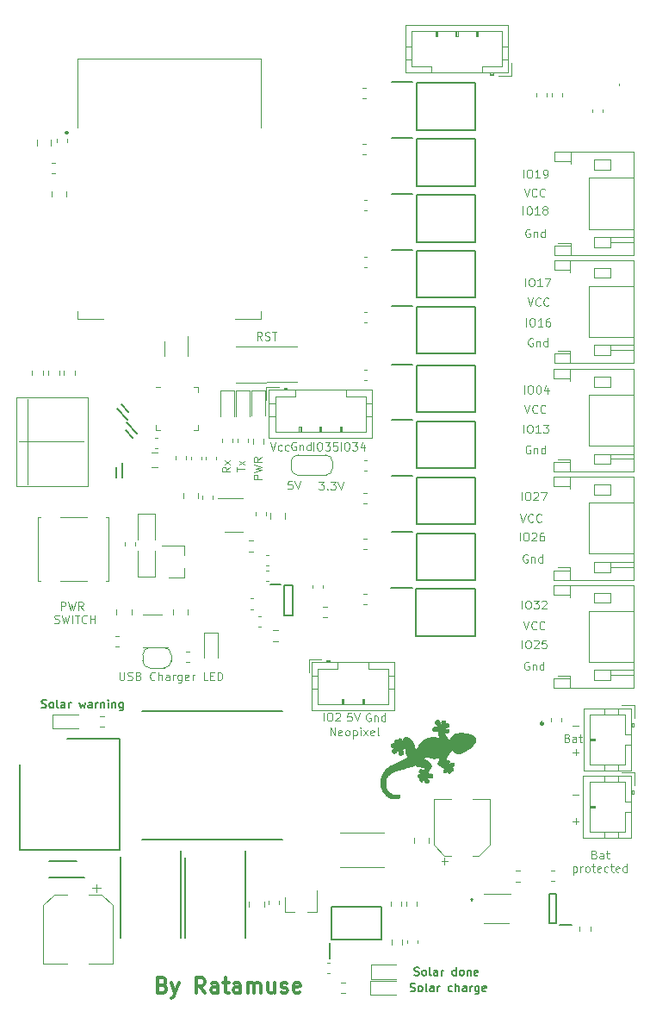
<source format=gbr>
G04 #@! TF.GenerationSoftware,KiCad,Pcbnew,(5.1.10)-1*
G04 #@! TF.CreationDate,2021-12-13T22:20:53+01:00*
G04 #@! TF.ProjectId,TestboardV2.3,54657374-626f-4617-9264-56322e332e6b,rev?*
G04 #@! TF.SameCoordinates,Original*
G04 #@! TF.FileFunction,Legend,Top*
G04 #@! TF.FilePolarity,Positive*
%FSLAX46Y46*%
G04 Gerber Fmt 4.6, Leading zero omitted, Abs format (unit mm)*
G04 Created by KiCad (PCBNEW (5.1.10)-1) date 2021-12-13 22:20:53*
%MOMM*%
%LPD*%
G01*
G04 APERTURE LIST*
%ADD10C,0.100000*%
%ADD11C,0.150000*%
%ADD12C,0.300000*%
%ADD13C,0.010000*%
%ADD14C,0.120000*%
%ADD15C,0.250000*%
%ADD16C,0.020000*%
%ADD17C,0.200000*%
G04 APERTURE END LIST*
D10*
X153456666Y-152452857D02*
X153570952Y-152490952D01*
X153609047Y-152529047D01*
X153647142Y-152605238D01*
X153647142Y-152719523D01*
X153609047Y-152795714D01*
X153570952Y-152833809D01*
X153494761Y-152871904D01*
X153190000Y-152871904D01*
X153190000Y-152071904D01*
X153456666Y-152071904D01*
X153532857Y-152110000D01*
X153570952Y-152148095D01*
X153609047Y-152224285D01*
X153609047Y-152300476D01*
X153570952Y-152376666D01*
X153532857Y-152414761D01*
X153456666Y-152452857D01*
X153190000Y-152452857D01*
X154332857Y-152871904D02*
X154332857Y-152452857D01*
X154294761Y-152376666D01*
X154218571Y-152338571D01*
X154066190Y-152338571D01*
X153990000Y-152376666D01*
X154332857Y-152833809D02*
X154256666Y-152871904D01*
X154066190Y-152871904D01*
X153990000Y-152833809D01*
X153951904Y-152757619D01*
X153951904Y-152681428D01*
X153990000Y-152605238D01*
X154066190Y-152567142D01*
X154256666Y-152567142D01*
X154332857Y-152529047D01*
X154599523Y-152338571D02*
X154904285Y-152338571D01*
X154713809Y-152071904D02*
X154713809Y-152757619D01*
X154751904Y-152833809D01*
X154828095Y-152871904D01*
X154904285Y-152871904D01*
X151361428Y-153638571D02*
X151361428Y-154438571D01*
X151361428Y-153676666D02*
X151437619Y-153638571D01*
X151590000Y-153638571D01*
X151666190Y-153676666D01*
X151704285Y-153714761D01*
X151742380Y-153790952D01*
X151742380Y-154019523D01*
X151704285Y-154095714D01*
X151666190Y-154133809D01*
X151590000Y-154171904D01*
X151437619Y-154171904D01*
X151361428Y-154133809D01*
X152085238Y-154171904D02*
X152085238Y-153638571D01*
X152085238Y-153790952D02*
X152123333Y-153714761D01*
X152161428Y-153676666D01*
X152237619Y-153638571D01*
X152313809Y-153638571D01*
X152694761Y-154171904D02*
X152618571Y-154133809D01*
X152580476Y-154095714D01*
X152542380Y-154019523D01*
X152542380Y-153790952D01*
X152580476Y-153714761D01*
X152618571Y-153676666D01*
X152694761Y-153638571D01*
X152809047Y-153638571D01*
X152885238Y-153676666D01*
X152923333Y-153714761D01*
X152961428Y-153790952D01*
X152961428Y-154019523D01*
X152923333Y-154095714D01*
X152885238Y-154133809D01*
X152809047Y-154171904D01*
X152694761Y-154171904D01*
X153190000Y-153638571D02*
X153494761Y-153638571D01*
X153304285Y-153371904D02*
X153304285Y-154057619D01*
X153342380Y-154133809D01*
X153418571Y-154171904D01*
X153494761Y-154171904D01*
X154066190Y-154133809D02*
X153990000Y-154171904D01*
X153837619Y-154171904D01*
X153761428Y-154133809D01*
X153723333Y-154057619D01*
X153723333Y-153752857D01*
X153761428Y-153676666D01*
X153837619Y-153638571D01*
X153990000Y-153638571D01*
X154066190Y-153676666D01*
X154104285Y-153752857D01*
X154104285Y-153829047D01*
X153723333Y-153905238D01*
X154790000Y-154133809D02*
X154713809Y-154171904D01*
X154561428Y-154171904D01*
X154485238Y-154133809D01*
X154447142Y-154095714D01*
X154409047Y-154019523D01*
X154409047Y-153790952D01*
X154447142Y-153714761D01*
X154485238Y-153676666D01*
X154561428Y-153638571D01*
X154713809Y-153638571D01*
X154790000Y-153676666D01*
X155018571Y-153638571D02*
X155323333Y-153638571D01*
X155132857Y-153371904D02*
X155132857Y-154057619D01*
X155170952Y-154133809D01*
X155247142Y-154171904D01*
X155323333Y-154171904D01*
X155894761Y-154133809D02*
X155818571Y-154171904D01*
X155666190Y-154171904D01*
X155590000Y-154133809D01*
X155551904Y-154057619D01*
X155551904Y-153752857D01*
X155590000Y-153676666D01*
X155666190Y-153638571D01*
X155818571Y-153638571D01*
X155894761Y-153676666D01*
X155932857Y-153752857D01*
X155932857Y-153829047D01*
X155551904Y-153905238D01*
X156618571Y-154171904D02*
X156618571Y-153371904D01*
X156618571Y-154133809D02*
X156542380Y-154171904D01*
X156390000Y-154171904D01*
X156313809Y-154133809D01*
X156275714Y-154095714D01*
X156237619Y-154019523D01*
X156237619Y-153790952D01*
X156275714Y-153714761D01*
X156313809Y-153676666D01*
X156390000Y-153638571D01*
X156542380Y-153638571D01*
X156618571Y-153676666D01*
X106751428Y-134531904D02*
X106751428Y-135179523D01*
X106789523Y-135255714D01*
X106827619Y-135293809D01*
X106903809Y-135331904D01*
X107056190Y-135331904D01*
X107132380Y-135293809D01*
X107170476Y-135255714D01*
X107208571Y-135179523D01*
X107208571Y-134531904D01*
X107551428Y-135293809D02*
X107665714Y-135331904D01*
X107856190Y-135331904D01*
X107932380Y-135293809D01*
X107970476Y-135255714D01*
X108008571Y-135179523D01*
X108008571Y-135103333D01*
X107970476Y-135027142D01*
X107932380Y-134989047D01*
X107856190Y-134950952D01*
X107703809Y-134912857D01*
X107627619Y-134874761D01*
X107589523Y-134836666D01*
X107551428Y-134760476D01*
X107551428Y-134684285D01*
X107589523Y-134608095D01*
X107627619Y-134570000D01*
X107703809Y-134531904D01*
X107894285Y-134531904D01*
X108008571Y-134570000D01*
X108618095Y-134912857D02*
X108732380Y-134950952D01*
X108770476Y-134989047D01*
X108808571Y-135065238D01*
X108808571Y-135179523D01*
X108770476Y-135255714D01*
X108732380Y-135293809D01*
X108656190Y-135331904D01*
X108351428Y-135331904D01*
X108351428Y-134531904D01*
X108618095Y-134531904D01*
X108694285Y-134570000D01*
X108732380Y-134608095D01*
X108770476Y-134684285D01*
X108770476Y-134760476D01*
X108732380Y-134836666D01*
X108694285Y-134874761D01*
X108618095Y-134912857D01*
X108351428Y-134912857D01*
X110218095Y-135255714D02*
X110180000Y-135293809D01*
X110065714Y-135331904D01*
X109989523Y-135331904D01*
X109875238Y-135293809D01*
X109799047Y-135217619D01*
X109760952Y-135141428D01*
X109722857Y-134989047D01*
X109722857Y-134874761D01*
X109760952Y-134722380D01*
X109799047Y-134646190D01*
X109875238Y-134570000D01*
X109989523Y-134531904D01*
X110065714Y-134531904D01*
X110180000Y-134570000D01*
X110218095Y-134608095D01*
X110560952Y-135331904D02*
X110560952Y-134531904D01*
X110903809Y-135331904D02*
X110903809Y-134912857D01*
X110865714Y-134836666D01*
X110789523Y-134798571D01*
X110675238Y-134798571D01*
X110599047Y-134836666D01*
X110560952Y-134874761D01*
X111627619Y-135331904D02*
X111627619Y-134912857D01*
X111589523Y-134836666D01*
X111513333Y-134798571D01*
X111360952Y-134798571D01*
X111284761Y-134836666D01*
X111627619Y-135293809D02*
X111551428Y-135331904D01*
X111360952Y-135331904D01*
X111284761Y-135293809D01*
X111246666Y-135217619D01*
X111246666Y-135141428D01*
X111284761Y-135065238D01*
X111360952Y-135027142D01*
X111551428Y-135027142D01*
X111627619Y-134989047D01*
X112008571Y-135331904D02*
X112008571Y-134798571D01*
X112008571Y-134950952D02*
X112046666Y-134874761D01*
X112084761Y-134836666D01*
X112160952Y-134798571D01*
X112237142Y-134798571D01*
X112846666Y-134798571D02*
X112846666Y-135446190D01*
X112808571Y-135522380D01*
X112770476Y-135560476D01*
X112694285Y-135598571D01*
X112580000Y-135598571D01*
X112503809Y-135560476D01*
X112846666Y-135293809D02*
X112770476Y-135331904D01*
X112618095Y-135331904D01*
X112541904Y-135293809D01*
X112503809Y-135255714D01*
X112465714Y-135179523D01*
X112465714Y-134950952D01*
X112503809Y-134874761D01*
X112541904Y-134836666D01*
X112618095Y-134798571D01*
X112770476Y-134798571D01*
X112846666Y-134836666D01*
X113532380Y-135293809D02*
X113456190Y-135331904D01*
X113303809Y-135331904D01*
X113227619Y-135293809D01*
X113189523Y-135217619D01*
X113189523Y-134912857D01*
X113227619Y-134836666D01*
X113303809Y-134798571D01*
X113456190Y-134798571D01*
X113532380Y-134836666D01*
X113570476Y-134912857D01*
X113570476Y-134989047D01*
X113189523Y-135065238D01*
X113913333Y-135331904D02*
X113913333Y-134798571D01*
X113913333Y-134950952D02*
X113951428Y-134874761D01*
X113989523Y-134836666D01*
X114065714Y-134798571D01*
X114141904Y-134798571D01*
X115399047Y-135331904D02*
X115018095Y-135331904D01*
X115018095Y-134531904D01*
X115665714Y-134912857D02*
X115932380Y-134912857D01*
X116046666Y-135331904D02*
X115665714Y-135331904D01*
X115665714Y-134531904D01*
X116046666Y-134531904D01*
X116389523Y-135331904D02*
X116389523Y-134531904D01*
X116580000Y-134531904D01*
X116694285Y-134570000D01*
X116770476Y-134646190D01*
X116808571Y-134722380D01*
X116846666Y-134874761D01*
X116846666Y-134989047D01*
X116808571Y-135141428D01*
X116770476Y-135217619D01*
X116694285Y-135293809D01*
X116580000Y-135331904D01*
X116389523Y-135331904D01*
X120721904Y-115616666D02*
X119921904Y-115616666D01*
X119921904Y-115311904D01*
X119960000Y-115235714D01*
X119998095Y-115197619D01*
X120074285Y-115159523D01*
X120188571Y-115159523D01*
X120264761Y-115197619D01*
X120302857Y-115235714D01*
X120340952Y-115311904D01*
X120340952Y-115616666D01*
X119921904Y-114892857D02*
X120721904Y-114702380D01*
X120150476Y-114550000D01*
X120721904Y-114397619D01*
X119921904Y-114207142D01*
X120721904Y-113445238D02*
X120340952Y-113711904D01*
X120721904Y-113902380D02*
X119921904Y-113902380D01*
X119921904Y-113597619D01*
X119960000Y-113521428D01*
X119998095Y-113483333D01*
X120074285Y-113445238D01*
X120188571Y-113445238D01*
X120264761Y-113483333D01*
X120302857Y-113521428D01*
X120340952Y-113597619D01*
X120340952Y-113902380D01*
D11*
X99090952Y-138013809D02*
X99205238Y-138051904D01*
X99395714Y-138051904D01*
X99471904Y-138013809D01*
X99510000Y-137975714D01*
X99548095Y-137899523D01*
X99548095Y-137823333D01*
X99510000Y-137747142D01*
X99471904Y-137709047D01*
X99395714Y-137670952D01*
X99243333Y-137632857D01*
X99167142Y-137594761D01*
X99129047Y-137556666D01*
X99090952Y-137480476D01*
X99090952Y-137404285D01*
X99129047Y-137328095D01*
X99167142Y-137290000D01*
X99243333Y-137251904D01*
X99433809Y-137251904D01*
X99548095Y-137290000D01*
X100005238Y-138051904D02*
X99929047Y-138013809D01*
X99890952Y-137975714D01*
X99852857Y-137899523D01*
X99852857Y-137670952D01*
X99890952Y-137594761D01*
X99929047Y-137556666D01*
X100005238Y-137518571D01*
X100119523Y-137518571D01*
X100195714Y-137556666D01*
X100233809Y-137594761D01*
X100271904Y-137670952D01*
X100271904Y-137899523D01*
X100233809Y-137975714D01*
X100195714Y-138013809D01*
X100119523Y-138051904D01*
X100005238Y-138051904D01*
X100729047Y-138051904D02*
X100652857Y-138013809D01*
X100614761Y-137937619D01*
X100614761Y-137251904D01*
X101376666Y-138051904D02*
X101376666Y-137632857D01*
X101338571Y-137556666D01*
X101262380Y-137518571D01*
X101110000Y-137518571D01*
X101033809Y-137556666D01*
X101376666Y-138013809D02*
X101300476Y-138051904D01*
X101110000Y-138051904D01*
X101033809Y-138013809D01*
X100995714Y-137937619D01*
X100995714Y-137861428D01*
X101033809Y-137785238D01*
X101110000Y-137747142D01*
X101300476Y-137747142D01*
X101376666Y-137709047D01*
X101757619Y-138051904D02*
X101757619Y-137518571D01*
X101757619Y-137670952D02*
X101795714Y-137594761D01*
X101833809Y-137556666D01*
X101910000Y-137518571D01*
X101986190Y-137518571D01*
X102786190Y-137518571D02*
X102938571Y-138051904D01*
X103090952Y-137670952D01*
X103243333Y-138051904D01*
X103395714Y-137518571D01*
X104043333Y-138051904D02*
X104043333Y-137632857D01*
X104005238Y-137556666D01*
X103929047Y-137518571D01*
X103776666Y-137518571D01*
X103700476Y-137556666D01*
X104043333Y-138013809D02*
X103967142Y-138051904D01*
X103776666Y-138051904D01*
X103700476Y-138013809D01*
X103662380Y-137937619D01*
X103662380Y-137861428D01*
X103700476Y-137785238D01*
X103776666Y-137747142D01*
X103967142Y-137747142D01*
X104043333Y-137709047D01*
X104424285Y-138051904D02*
X104424285Y-137518571D01*
X104424285Y-137670952D02*
X104462380Y-137594761D01*
X104500476Y-137556666D01*
X104576666Y-137518571D01*
X104652857Y-137518571D01*
X104919523Y-137518571D02*
X104919523Y-138051904D01*
X104919523Y-137594761D02*
X104957619Y-137556666D01*
X105033809Y-137518571D01*
X105148095Y-137518571D01*
X105224285Y-137556666D01*
X105262380Y-137632857D01*
X105262380Y-138051904D01*
X105643333Y-138051904D02*
X105643333Y-137518571D01*
X105643333Y-137251904D02*
X105605238Y-137290000D01*
X105643333Y-137328095D01*
X105681428Y-137290000D01*
X105643333Y-137251904D01*
X105643333Y-137328095D01*
X106024285Y-137518571D02*
X106024285Y-138051904D01*
X106024285Y-137594761D02*
X106062380Y-137556666D01*
X106138571Y-137518571D01*
X106252857Y-137518571D01*
X106329047Y-137556666D01*
X106367142Y-137632857D01*
X106367142Y-138051904D01*
X107090952Y-137518571D02*
X107090952Y-138166190D01*
X107052857Y-138242380D01*
X107014761Y-138280476D01*
X106938571Y-138318571D01*
X106824285Y-138318571D01*
X106748095Y-138280476D01*
X107090952Y-138013809D02*
X107014761Y-138051904D01*
X106862380Y-138051904D01*
X106786190Y-138013809D01*
X106748095Y-137975714D01*
X106710000Y-137899523D01*
X106710000Y-137670952D01*
X106748095Y-137594761D01*
X106786190Y-137556666D01*
X106862380Y-137518571D01*
X107014761Y-137518571D01*
X107090952Y-137556666D01*
X135727142Y-164323809D02*
X135841428Y-164361904D01*
X136031904Y-164361904D01*
X136108095Y-164323809D01*
X136146190Y-164285714D01*
X136184285Y-164209523D01*
X136184285Y-164133333D01*
X136146190Y-164057142D01*
X136108095Y-164019047D01*
X136031904Y-163980952D01*
X135879523Y-163942857D01*
X135803333Y-163904761D01*
X135765238Y-163866666D01*
X135727142Y-163790476D01*
X135727142Y-163714285D01*
X135765238Y-163638095D01*
X135803333Y-163600000D01*
X135879523Y-163561904D01*
X136070000Y-163561904D01*
X136184285Y-163600000D01*
X136641428Y-164361904D02*
X136565238Y-164323809D01*
X136527142Y-164285714D01*
X136489047Y-164209523D01*
X136489047Y-163980952D01*
X136527142Y-163904761D01*
X136565238Y-163866666D01*
X136641428Y-163828571D01*
X136755714Y-163828571D01*
X136831904Y-163866666D01*
X136870000Y-163904761D01*
X136908095Y-163980952D01*
X136908095Y-164209523D01*
X136870000Y-164285714D01*
X136831904Y-164323809D01*
X136755714Y-164361904D01*
X136641428Y-164361904D01*
X137365238Y-164361904D02*
X137289047Y-164323809D01*
X137250952Y-164247619D01*
X137250952Y-163561904D01*
X138012857Y-164361904D02*
X138012857Y-163942857D01*
X137974761Y-163866666D01*
X137898571Y-163828571D01*
X137746190Y-163828571D01*
X137670000Y-163866666D01*
X138012857Y-164323809D02*
X137936666Y-164361904D01*
X137746190Y-164361904D01*
X137670000Y-164323809D01*
X137631904Y-164247619D01*
X137631904Y-164171428D01*
X137670000Y-164095238D01*
X137746190Y-164057142D01*
X137936666Y-164057142D01*
X138012857Y-164019047D01*
X138393809Y-164361904D02*
X138393809Y-163828571D01*
X138393809Y-163980952D02*
X138431904Y-163904761D01*
X138470000Y-163866666D01*
X138546190Y-163828571D01*
X138622380Y-163828571D01*
X139841428Y-164361904D02*
X139841428Y-163561904D01*
X139841428Y-164323809D02*
X139765238Y-164361904D01*
X139612857Y-164361904D01*
X139536666Y-164323809D01*
X139498571Y-164285714D01*
X139460476Y-164209523D01*
X139460476Y-163980952D01*
X139498571Y-163904761D01*
X139536666Y-163866666D01*
X139612857Y-163828571D01*
X139765238Y-163828571D01*
X139841428Y-163866666D01*
X140336666Y-164361904D02*
X140260476Y-164323809D01*
X140222380Y-164285714D01*
X140184285Y-164209523D01*
X140184285Y-163980952D01*
X140222380Y-163904761D01*
X140260476Y-163866666D01*
X140336666Y-163828571D01*
X140450952Y-163828571D01*
X140527142Y-163866666D01*
X140565238Y-163904761D01*
X140603333Y-163980952D01*
X140603333Y-164209523D01*
X140565238Y-164285714D01*
X140527142Y-164323809D01*
X140450952Y-164361904D01*
X140336666Y-164361904D01*
X140946190Y-163828571D02*
X140946190Y-164361904D01*
X140946190Y-163904761D02*
X140984285Y-163866666D01*
X141060476Y-163828571D01*
X141174761Y-163828571D01*
X141250952Y-163866666D01*
X141289047Y-163942857D01*
X141289047Y-164361904D01*
X141974761Y-164323809D02*
X141898571Y-164361904D01*
X141746190Y-164361904D01*
X141670000Y-164323809D01*
X141631904Y-164247619D01*
X141631904Y-163942857D01*
X141670000Y-163866666D01*
X141746190Y-163828571D01*
X141898571Y-163828571D01*
X141974761Y-163866666D01*
X142012857Y-163942857D01*
X142012857Y-164019047D01*
X141631904Y-164095238D01*
X135336666Y-165863809D02*
X135450952Y-165901904D01*
X135641428Y-165901904D01*
X135717619Y-165863809D01*
X135755714Y-165825714D01*
X135793809Y-165749523D01*
X135793809Y-165673333D01*
X135755714Y-165597142D01*
X135717619Y-165559047D01*
X135641428Y-165520952D01*
X135489047Y-165482857D01*
X135412857Y-165444761D01*
X135374761Y-165406666D01*
X135336666Y-165330476D01*
X135336666Y-165254285D01*
X135374761Y-165178095D01*
X135412857Y-165140000D01*
X135489047Y-165101904D01*
X135679523Y-165101904D01*
X135793809Y-165140000D01*
X136250952Y-165901904D02*
X136174761Y-165863809D01*
X136136666Y-165825714D01*
X136098571Y-165749523D01*
X136098571Y-165520952D01*
X136136666Y-165444761D01*
X136174761Y-165406666D01*
X136250952Y-165368571D01*
X136365238Y-165368571D01*
X136441428Y-165406666D01*
X136479523Y-165444761D01*
X136517619Y-165520952D01*
X136517619Y-165749523D01*
X136479523Y-165825714D01*
X136441428Y-165863809D01*
X136365238Y-165901904D01*
X136250952Y-165901904D01*
X136974761Y-165901904D02*
X136898571Y-165863809D01*
X136860476Y-165787619D01*
X136860476Y-165101904D01*
X137622380Y-165901904D02*
X137622380Y-165482857D01*
X137584285Y-165406666D01*
X137508095Y-165368571D01*
X137355714Y-165368571D01*
X137279523Y-165406666D01*
X137622380Y-165863809D02*
X137546190Y-165901904D01*
X137355714Y-165901904D01*
X137279523Y-165863809D01*
X137241428Y-165787619D01*
X137241428Y-165711428D01*
X137279523Y-165635238D01*
X137355714Y-165597142D01*
X137546190Y-165597142D01*
X137622380Y-165559047D01*
X138003333Y-165901904D02*
X138003333Y-165368571D01*
X138003333Y-165520952D02*
X138041428Y-165444761D01*
X138079523Y-165406666D01*
X138155714Y-165368571D01*
X138231904Y-165368571D01*
X139450952Y-165863809D02*
X139374761Y-165901904D01*
X139222380Y-165901904D01*
X139146190Y-165863809D01*
X139108095Y-165825714D01*
X139070000Y-165749523D01*
X139070000Y-165520952D01*
X139108095Y-165444761D01*
X139146190Y-165406666D01*
X139222380Y-165368571D01*
X139374761Y-165368571D01*
X139450952Y-165406666D01*
X139793809Y-165901904D02*
X139793809Y-165101904D01*
X140136666Y-165901904D02*
X140136666Y-165482857D01*
X140098571Y-165406666D01*
X140022380Y-165368571D01*
X139908095Y-165368571D01*
X139831904Y-165406666D01*
X139793809Y-165444761D01*
X140860476Y-165901904D02*
X140860476Y-165482857D01*
X140822380Y-165406666D01*
X140746190Y-165368571D01*
X140593809Y-165368571D01*
X140517619Y-165406666D01*
X140860476Y-165863809D02*
X140784285Y-165901904D01*
X140593809Y-165901904D01*
X140517619Y-165863809D01*
X140479523Y-165787619D01*
X140479523Y-165711428D01*
X140517619Y-165635238D01*
X140593809Y-165597142D01*
X140784285Y-165597142D01*
X140860476Y-165559047D01*
X141241428Y-165901904D02*
X141241428Y-165368571D01*
X141241428Y-165520952D02*
X141279523Y-165444761D01*
X141317619Y-165406666D01*
X141393809Y-165368571D01*
X141470000Y-165368571D01*
X142079523Y-165368571D02*
X142079523Y-166016190D01*
X142041428Y-166092380D01*
X142003333Y-166130476D01*
X141927142Y-166168571D01*
X141812857Y-166168571D01*
X141736666Y-166130476D01*
X142079523Y-165863809D02*
X142003333Y-165901904D01*
X141850952Y-165901904D01*
X141774761Y-165863809D01*
X141736666Y-165825714D01*
X141698571Y-165749523D01*
X141698571Y-165520952D01*
X141736666Y-165444761D01*
X141774761Y-165406666D01*
X141850952Y-165368571D01*
X142003333Y-165368571D01*
X142079523Y-165406666D01*
X142765238Y-165863809D02*
X142689047Y-165901904D01*
X142536666Y-165901904D01*
X142460476Y-165863809D01*
X142422380Y-165787619D01*
X142422380Y-165482857D01*
X142460476Y-165406666D01*
X142536666Y-165368571D01*
X142689047Y-165368571D01*
X142765238Y-165406666D01*
X142803333Y-165482857D01*
X142803333Y-165559047D01*
X142422380Y-165635238D01*
D10*
X121567619Y-111981904D02*
X121834285Y-112781904D01*
X122100952Y-111981904D01*
X122710476Y-112743809D02*
X122634285Y-112781904D01*
X122481904Y-112781904D01*
X122405714Y-112743809D01*
X122367619Y-112705714D01*
X122329523Y-112629523D01*
X122329523Y-112400952D01*
X122367619Y-112324761D01*
X122405714Y-112286666D01*
X122481904Y-112248571D01*
X122634285Y-112248571D01*
X122710476Y-112286666D01*
X123396190Y-112743809D02*
X123320000Y-112781904D01*
X123167619Y-112781904D01*
X123091428Y-112743809D01*
X123053333Y-112705714D01*
X123015238Y-112629523D01*
X123015238Y-112400952D01*
X123053333Y-112324761D01*
X123091428Y-112286666D01*
X123167619Y-112248571D01*
X123320000Y-112248571D01*
X123396190Y-112286666D01*
X126339047Y-115841904D02*
X126834285Y-115841904D01*
X126567619Y-116146666D01*
X126681904Y-116146666D01*
X126758095Y-116184761D01*
X126796190Y-116222857D01*
X126834285Y-116299047D01*
X126834285Y-116489523D01*
X126796190Y-116565714D01*
X126758095Y-116603809D01*
X126681904Y-116641904D01*
X126453333Y-116641904D01*
X126377142Y-116603809D01*
X126339047Y-116565714D01*
X127177142Y-116565714D02*
X127215238Y-116603809D01*
X127177142Y-116641904D01*
X127139047Y-116603809D01*
X127177142Y-116565714D01*
X127177142Y-116641904D01*
X127481904Y-115841904D02*
X127977142Y-115841904D01*
X127710476Y-116146666D01*
X127824761Y-116146666D01*
X127900952Y-116184761D01*
X127939047Y-116222857D01*
X127977142Y-116299047D01*
X127977142Y-116489523D01*
X127939047Y-116565714D01*
X127900952Y-116603809D01*
X127824761Y-116641904D01*
X127596190Y-116641904D01*
X127520000Y-116603809D01*
X127481904Y-116565714D01*
X128205714Y-115841904D02*
X128472380Y-116641904D01*
X128739047Y-115841904D01*
X151305238Y-139827142D02*
X151914761Y-139827142D01*
X150771904Y-141012857D02*
X150886190Y-141050952D01*
X150924285Y-141089047D01*
X150962380Y-141165238D01*
X150962380Y-141279523D01*
X150924285Y-141355714D01*
X150886190Y-141393809D01*
X150810000Y-141431904D01*
X150505238Y-141431904D01*
X150505238Y-140631904D01*
X150771904Y-140631904D01*
X150848095Y-140670000D01*
X150886190Y-140708095D01*
X150924285Y-140784285D01*
X150924285Y-140860476D01*
X150886190Y-140936666D01*
X150848095Y-140974761D01*
X150771904Y-141012857D01*
X150505238Y-141012857D01*
X151648095Y-141431904D02*
X151648095Y-141012857D01*
X151610000Y-140936666D01*
X151533809Y-140898571D01*
X151381428Y-140898571D01*
X151305238Y-140936666D01*
X151648095Y-141393809D02*
X151571904Y-141431904D01*
X151381428Y-141431904D01*
X151305238Y-141393809D01*
X151267142Y-141317619D01*
X151267142Y-141241428D01*
X151305238Y-141165238D01*
X151381428Y-141127142D01*
X151571904Y-141127142D01*
X151648095Y-141089047D01*
X151914761Y-140898571D02*
X152219523Y-140898571D01*
X152029047Y-140631904D02*
X152029047Y-141317619D01*
X152067142Y-141393809D01*
X152143333Y-141431904D01*
X152219523Y-141431904D01*
X151305238Y-142427142D02*
X151914761Y-142427142D01*
X151610000Y-142731904D02*
X151610000Y-142122380D01*
D12*
X110990000Y-165282857D02*
X111204285Y-165354285D01*
X111275714Y-165425714D01*
X111347142Y-165568571D01*
X111347142Y-165782857D01*
X111275714Y-165925714D01*
X111204285Y-165997142D01*
X111061428Y-166068571D01*
X110490000Y-166068571D01*
X110490000Y-164568571D01*
X110990000Y-164568571D01*
X111132857Y-164640000D01*
X111204285Y-164711428D01*
X111275714Y-164854285D01*
X111275714Y-164997142D01*
X111204285Y-165140000D01*
X111132857Y-165211428D01*
X110990000Y-165282857D01*
X110490000Y-165282857D01*
X111847142Y-165068571D02*
X112204285Y-166068571D01*
X112561428Y-165068571D02*
X112204285Y-166068571D01*
X112061428Y-166425714D01*
X111990000Y-166497142D01*
X111847142Y-166568571D01*
X115132857Y-166068571D02*
X114632857Y-165354285D01*
X114275714Y-166068571D02*
X114275714Y-164568571D01*
X114847142Y-164568571D01*
X114990000Y-164640000D01*
X115061428Y-164711428D01*
X115132857Y-164854285D01*
X115132857Y-165068571D01*
X115061428Y-165211428D01*
X114990000Y-165282857D01*
X114847142Y-165354285D01*
X114275714Y-165354285D01*
X116418571Y-166068571D02*
X116418571Y-165282857D01*
X116347142Y-165140000D01*
X116204285Y-165068571D01*
X115918571Y-165068571D01*
X115775714Y-165140000D01*
X116418571Y-165997142D02*
X116275714Y-166068571D01*
X115918571Y-166068571D01*
X115775714Y-165997142D01*
X115704285Y-165854285D01*
X115704285Y-165711428D01*
X115775714Y-165568571D01*
X115918571Y-165497142D01*
X116275714Y-165497142D01*
X116418571Y-165425714D01*
X116918571Y-165068571D02*
X117490000Y-165068571D01*
X117132857Y-164568571D02*
X117132857Y-165854285D01*
X117204285Y-165997142D01*
X117347142Y-166068571D01*
X117490000Y-166068571D01*
X118632857Y-166068571D02*
X118632857Y-165282857D01*
X118561428Y-165140000D01*
X118418571Y-165068571D01*
X118132857Y-165068571D01*
X117990000Y-165140000D01*
X118632857Y-165997142D02*
X118490000Y-166068571D01*
X118132857Y-166068571D01*
X117990000Y-165997142D01*
X117918571Y-165854285D01*
X117918571Y-165711428D01*
X117990000Y-165568571D01*
X118132857Y-165497142D01*
X118490000Y-165497142D01*
X118632857Y-165425714D01*
X119347142Y-166068571D02*
X119347142Y-165068571D01*
X119347142Y-165211428D02*
X119418571Y-165140000D01*
X119561428Y-165068571D01*
X119775714Y-165068571D01*
X119918571Y-165140000D01*
X119990000Y-165282857D01*
X119990000Y-166068571D01*
X119990000Y-165282857D02*
X120061428Y-165140000D01*
X120204285Y-165068571D01*
X120418571Y-165068571D01*
X120561428Y-165140000D01*
X120632857Y-165282857D01*
X120632857Y-166068571D01*
X121990000Y-165068571D02*
X121990000Y-166068571D01*
X121347142Y-165068571D02*
X121347142Y-165854285D01*
X121418571Y-165997142D01*
X121561428Y-166068571D01*
X121775714Y-166068571D01*
X121918571Y-165997142D01*
X121990000Y-165925714D01*
X122632857Y-165997142D02*
X122775714Y-166068571D01*
X123061428Y-166068571D01*
X123204285Y-165997142D01*
X123275714Y-165854285D01*
X123275714Y-165782857D01*
X123204285Y-165640000D01*
X123061428Y-165568571D01*
X122847142Y-165568571D01*
X122704285Y-165497142D01*
X122632857Y-165354285D01*
X122632857Y-165282857D01*
X122704285Y-165140000D01*
X122847142Y-165068571D01*
X123061428Y-165068571D01*
X123204285Y-165140000D01*
X124490000Y-165997142D02*
X124347142Y-166068571D01*
X124061428Y-166068571D01*
X123918571Y-165997142D01*
X123847142Y-165854285D01*
X123847142Y-165282857D01*
X123918571Y-165140000D01*
X124061428Y-165068571D01*
X124347142Y-165068571D01*
X124490000Y-165140000D01*
X124561428Y-165282857D01*
X124561428Y-165425714D01*
X123847142Y-165568571D01*
D10*
X128479047Y-112771904D02*
X128479047Y-111971904D01*
X129012380Y-111971904D02*
X129164761Y-111971904D01*
X129240952Y-112010000D01*
X129317142Y-112086190D01*
X129355238Y-112238571D01*
X129355238Y-112505238D01*
X129317142Y-112657619D01*
X129240952Y-112733809D01*
X129164761Y-112771904D01*
X129012380Y-112771904D01*
X128936190Y-112733809D01*
X128860000Y-112657619D01*
X128821904Y-112505238D01*
X128821904Y-112238571D01*
X128860000Y-112086190D01*
X128936190Y-112010000D01*
X129012380Y-111971904D01*
X129621904Y-111971904D02*
X130117142Y-111971904D01*
X129850476Y-112276666D01*
X129964761Y-112276666D01*
X130040952Y-112314761D01*
X130079047Y-112352857D01*
X130117142Y-112429047D01*
X130117142Y-112619523D01*
X130079047Y-112695714D01*
X130040952Y-112733809D01*
X129964761Y-112771904D01*
X129736190Y-112771904D01*
X129660000Y-112733809D01*
X129621904Y-112695714D01*
X130802857Y-112238571D02*
X130802857Y-112771904D01*
X130612380Y-111933809D02*
X130421904Y-112505238D01*
X130917142Y-112505238D01*
X125809047Y-112771904D02*
X125809047Y-111971904D01*
X126342380Y-111971904D02*
X126494761Y-111971904D01*
X126570952Y-112010000D01*
X126647142Y-112086190D01*
X126685238Y-112238571D01*
X126685238Y-112505238D01*
X126647142Y-112657619D01*
X126570952Y-112733809D01*
X126494761Y-112771904D01*
X126342380Y-112771904D01*
X126266190Y-112733809D01*
X126190000Y-112657619D01*
X126151904Y-112505238D01*
X126151904Y-112238571D01*
X126190000Y-112086190D01*
X126266190Y-112010000D01*
X126342380Y-111971904D01*
X126951904Y-111971904D02*
X127447142Y-111971904D01*
X127180476Y-112276666D01*
X127294761Y-112276666D01*
X127370952Y-112314761D01*
X127409047Y-112352857D01*
X127447142Y-112429047D01*
X127447142Y-112619523D01*
X127409047Y-112695714D01*
X127370952Y-112733809D01*
X127294761Y-112771904D01*
X127066190Y-112771904D01*
X126990000Y-112733809D01*
X126951904Y-112695714D01*
X128170952Y-111971904D02*
X127790000Y-111971904D01*
X127751904Y-112352857D01*
X127790000Y-112314761D01*
X127866190Y-112276666D01*
X128056666Y-112276666D01*
X128132857Y-112314761D01*
X128170952Y-112352857D01*
X128209047Y-112429047D01*
X128209047Y-112619523D01*
X128170952Y-112695714D01*
X128132857Y-112733809D01*
X128056666Y-112771904D01*
X127866190Y-112771904D01*
X127790000Y-112733809D01*
X127751904Y-112695714D01*
X123717619Y-115771904D02*
X123336666Y-115771904D01*
X123298571Y-116152857D01*
X123336666Y-116114761D01*
X123412857Y-116076666D01*
X123603333Y-116076666D01*
X123679523Y-116114761D01*
X123717619Y-116152857D01*
X123755714Y-116229047D01*
X123755714Y-116419523D01*
X123717619Y-116495714D01*
X123679523Y-116533809D01*
X123603333Y-116571904D01*
X123412857Y-116571904D01*
X123336666Y-116533809D01*
X123298571Y-116495714D01*
X123984285Y-115771904D02*
X124250952Y-116571904D01*
X124517619Y-115771904D01*
X124095714Y-112000000D02*
X124019523Y-111961904D01*
X123905238Y-111961904D01*
X123790952Y-112000000D01*
X123714761Y-112076190D01*
X123676666Y-112152380D01*
X123638571Y-112304761D01*
X123638571Y-112419047D01*
X123676666Y-112571428D01*
X123714761Y-112647619D01*
X123790952Y-112723809D01*
X123905238Y-112761904D01*
X123981428Y-112761904D01*
X124095714Y-112723809D01*
X124133809Y-112685714D01*
X124133809Y-112419047D01*
X123981428Y-112419047D01*
X124476666Y-112228571D02*
X124476666Y-112761904D01*
X124476666Y-112304761D02*
X124514761Y-112266666D01*
X124590952Y-112228571D01*
X124705238Y-112228571D01*
X124781428Y-112266666D01*
X124819523Y-112342857D01*
X124819523Y-112761904D01*
X125543333Y-112761904D02*
X125543333Y-111961904D01*
X125543333Y-112723809D02*
X125467142Y-112761904D01*
X125314761Y-112761904D01*
X125238571Y-112723809D01*
X125200476Y-112685714D01*
X125162380Y-112609523D01*
X125162380Y-112380952D01*
X125200476Y-112304761D01*
X125238571Y-112266666D01*
X125314761Y-112228571D01*
X125467142Y-112228571D01*
X125543333Y-112266666D01*
X118271904Y-114852380D02*
X118271904Y-114395238D01*
X119071904Y-114623809D02*
X118271904Y-114623809D01*
X119071904Y-114204761D02*
X118538571Y-113785714D01*
X118538571Y-114204761D02*
X119071904Y-113785714D01*
X117611904Y-114396190D02*
X117230952Y-114662857D01*
X117611904Y-114853333D02*
X116811904Y-114853333D01*
X116811904Y-114548571D01*
X116850000Y-114472380D01*
X116888095Y-114434285D01*
X116964285Y-114396190D01*
X117078571Y-114396190D01*
X117154761Y-114434285D01*
X117192857Y-114472380D01*
X117230952Y-114548571D01*
X117230952Y-114853333D01*
X117611904Y-114129523D02*
X117078571Y-113710476D01*
X117078571Y-114129523D02*
X117611904Y-113710476D01*
X127458095Y-140781904D02*
X127458095Y-139981904D01*
X127915238Y-140781904D01*
X127915238Y-139981904D01*
X128600952Y-140743809D02*
X128524761Y-140781904D01*
X128372380Y-140781904D01*
X128296190Y-140743809D01*
X128258095Y-140667619D01*
X128258095Y-140362857D01*
X128296190Y-140286666D01*
X128372380Y-140248571D01*
X128524761Y-140248571D01*
X128600952Y-140286666D01*
X128639047Y-140362857D01*
X128639047Y-140439047D01*
X128258095Y-140515238D01*
X129096190Y-140781904D02*
X129020000Y-140743809D01*
X128981904Y-140705714D01*
X128943809Y-140629523D01*
X128943809Y-140400952D01*
X128981904Y-140324761D01*
X129020000Y-140286666D01*
X129096190Y-140248571D01*
X129210476Y-140248571D01*
X129286666Y-140286666D01*
X129324761Y-140324761D01*
X129362857Y-140400952D01*
X129362857Y-140629523D01*
X129324761Y-140705714D01*
X129286666Y-140743809D01*
X129210476Y-140781904D01*
X129096190Y-140781904D01*
X129705714Y-140248571D02*
X129705714Y-141048571D01*
X129705714Y-140286666D02*
X129781904Y-140248571D01*
X129934285Y-140248571D01*
X130010476Y-140286666D01*
X130048571Y-140324761D01*
X130086666Y-140400952D01*
X130086666Y-140629523D01*
X130048571Y-140705714D01*
X130010476Y-140743809D01*
X129934285Y-140781904D01*
X129781904Y-140781904D01*
X129705714Y-140743809D01*
X130429523Y-140781904D02*
X130429523Y-140248571D01*
X130429523Y-139981904D02*
X130391428Y-140020000D01*
X130429523Y-140058095D01*
X130467619Y-140020000D01*
X130429523Y-139981904D01*
X130429523Y-140058095D01*
X130734285Y-140781904D02*
X131153333Y-140248571D01*
X130734285Y-140248571D02*
X131153333Y-140781904D01*
X131762857Y-140743809D02*
X131686666Y-140781904D01*
X131534285Y-140781904D01*
X131458095Y-140743809D01*
X131420000Y-140667619D01*
X131420000Y-140362857D01*
X131458095Y-140286666D01*
X131534285Y-140248571D01*
X131686666Y-140248571D01*
X131762857Y-140286666D01*
X131800952Y-140362857D01*
X131800952Y-140439047D01*
X131420000Y-140515238D01*
X132258095Y-140781904D02*
X132181904Y-140743809D01*
X132143809Y-140667619D01*
X132143809Y-139981904D01*
X146985714Y-133580000D02*
X146909523Y-133541904D01*
X146795238Y-133541904D01*
X146680952Y-133580000D01*
X146604761Y-133656190D01*
X146566666Y-133732380D01*
X146528571Y-133884761D01*
X146528571Y-133999047D01*
X146566666Y-134151428D01*
X146604761Y-134227619D01*
X146680952Y-134303809D01*
X146795238Y-134341904D01*
X146871428Y-134341904D01*
X146985714Y-134303809D01*
X147023809Y-134265714D01*
X147023809Y-133999047D01*
X146871428Y-133999047D01*
X147366666Y-133808571D02*
X147366666Y-134341904D01*
X147366666Y-133884761D02*
X147404761Y-133846666D01*
X147480952Y-133808571D01*
X147595238Y-133808571D01*
X147671428Y-133846666D01*
X147709523Y-133922857D01*
X147709523Y-134341904D01*
X148433333Y-134341904D02*
X148433333Y-133541904D01*
X148433333Y-134303809D02*
X148357142Y-134341904D01*
X148204761Y-134341904D01*
X148128571Y-134303809D01*
X148090476Y-134265714D01*
X148052380Y-134189523D01*
X148052380Y-133960952D01*
X148090476Y-133884761D01*
X148128571Y-133846666D01*
X148204761Y-133808571D01*
X148357142Y-133808571D01*
X148433333Y-133846666D01*
X146845714Y-123020000D02*
X146769523Y-122981904D01*
X146655238Y-122981904D01*
X146540952Y-123020000D01*
X146464761Y-123096190D01*
X146426666Y-123172380D01*
X146388571Y-123324761D01*
X146388571Y-123439047D01*
X146426666Y-123591428D01*
X146464761Y-123667619D01*
X146540952Y-123743809D01*
X146655238Y-123781904D01*
X146731428Y-123781904D01*
X146845714Y-123743809D01*
X146883809Y-123705714D01*
X146883809Y-123439047D01*
X146731428Y-123439047D01*
X147226666Y-123248571D02*
X147226666Y-123781904D01*
X147226666Y-123324761D02*
X147264761Y-123286666D01*
X147340952Y-123248571D01*
X147455238Y-123248571D01*
X147531428Y-123286666D01*
X147569523Y-123362857D01*
X147569523Y-123781904D01*
X148293333Y-123781904D02*
X148293333Y-122981904D01*
X148293333Y-123743809D02*
X148217142Y-123781904D01*
X148064761Y-123781904D01*
X147988571Y-123743809D01*
X147950476Y-123705714D01*
X147912380Y-123629523D01*
X147912380Y-123400952D01*
X147950476Y-123324761D01*
X147988571Y-123286666D01*
X148064761Y-123248571D01*
X148217142Y-123248571D01*
X148293333Y-123286666D01*
X147135714Y-112310000D02*
X147059523Y-112271904D01*
X146945238Y-112271904D01*
X146830952Y-112310000D01*
X146754761Y-112386190D01*
X146716666Y-112462380D01*
X146678571Y-112614761D01*
X146678571Y-112729047D01*
X146716666Y-112881428D01*
X146754761Y-112957619D01*
X146830952Y-113033809D01*
X146945238Y-113071904D01*
X147021428Y-113071904D01*
X147135714Y-113033809D01*
X147173809Y-112995714D01*
X147173809Y-112729047D01*
X147021428Y-112729047D01*
X147516666Y-112538571D02*
X147516666Y-113071904D01*
X147516666Y-112614761D02*
X147554761Y-112576666D01*
X147630952Y-112538571D01*
X147745238Y-112538571D01*
X147821428Y-112576666D01*
X147859523Y-112652857D01*
X147859523Y-113071904D01*
X148583333Y-113071904D02*
X148583333Y-112271904D01*
X148583333Y-113033809D02*
X148507142Y-113071904D01*
X148354761Y-113071904D01*
X148278571Y-113033809D01*
X148240476Y-112995714D01*
X148202380Y-112919523D01*
X148202380Y-112690952D01*
X148240476Y-112614761D01*
X148278571Y-112576666D01*
X148354761Y-112538571D01*
X148507142Y-112538571D01*
X148583333Y-112576666D01*
X147385714Y-101790000D02*
X147309523Y-101751904D01*
X147195238Y-101751904D01*
X147080952Y-101790000D01*
X147004761Y-101866190D01*
X146966666Y-101942380D01*
X146928571Y-102094761D01*
X146928571Y-102209047D01*
X146966666Y-102361428D01*
X147004761Y-102437619D01*
X147080952Y-102513809D01*
X147195238Y-102551904D01*
X147271428Y-102551904D01*
X147385714Y-102513809D01*
X147423809Y-102475714D01*
X147423809Y-102209047D01*
X147271428Y-102209047D01*
X147766666Y-102018571D02*
X147766666Y-102551904D01*
X147766666Y-102094761D02*
X147804761Y-102056666D01*
X147880952Y-102018571D01*
X147995238Y-102018571D01*
X148071428Y-102056666D01*
X148109523Y-102132857D01*
X148109523Y-102551904D01*
X148833333Y-102551904D02*
X148833333Y-101751904D01*
X148833333Y-102513809D02*
X148757142Y-102551904D01*
X148604761Y-102551904D01*
X148528571Y-102513809D01*
X148490476Y-102475714D01*
X148452380Y-102399523D01*
X148452380Y-102170952D01*
X148490476Y-102094761D01*
X148528571Y-102056666D01*
X148604761Y-102018571D01*
X148757142Y-102018571D01*
X148833333Y-102056666D01*
X147095714Y-91080000D02*
X147019523Y-91041904D01*
X146905238Y-91041904D01*
X146790952Y-91080000D01*
X146714761Y-91156190D01*
X146676666Y-91232380D01*
X146638571Y-91384761D01*
X146638571Y-91499047D01*
X146676666Y-91651428D01*
X146714761Y-91727619D01*
X146790952Y-91803809D01*
X146905238Y-91841904D01*
X146981428Y-91841904D01*
X147095714Y-91803809D01*
X147133809Y-91765714D01*
X147133809Y-91499047D01*
X146981428Y-91499047D01*
X147476666Y-91308571D02*
X147476666Y-91841904D01*
X147476666Y-91384761D02*
X147514761Y-91346666D01*
X147590952Y-91308571D01*
X147705238Y-91308571D01*
X147781428Y-91346666D01*
X147819523Y-91422857D01*
X147819523Y-91841904D01*
X148543333Y-91841904D02*
X148543333Y-91041904D01*
X148543333Y-91803809D02*
X148467142Y-91841904D01*
X148314761Y-91841904D01*
X148238571Y-91803809D01*
X148200476Y-91765714D01*
X148162380Y-91689523D01*
X148162380Y-91460952D01*
X148200476Y-91384761D01*
X148238571Y-91346666D01*
X148314761Y-91308571D01*
X148467142Y-91308571D01*
X148543333Y-91346666D01*
X151295476Y-146607142D02*
X151905000Y-146607142D01*
X151295476Y-149207142D02*
X151905000Y-149207142D01*
X151600238Y-149511904D02*
X151600238Y-148902380D01*
X146473333Y-129571904D02*
X146740000Y-130371904D01*
X147006666Y-129571904D01*
X147730476Y-130295714D02*
X147692380Y-130333809D01*
X147578095Y-130371904D01*
X147501904Y-130371904D01*
X147387619Y-130333809D01*
X147311428Y-130257619D01*
X147273333Y-130181428D01*
X147235238Y-130029047D01*
X147235238Y-129914761D01*
X147273333Y-129762380D01*
X147311428Y-129686190D01*
X147387619Y-129610000D01*
X147501904Y-129571904D01*
X147578095Y-129571904D01*
X147692380Y-129610000D01*
X147730476Y-129648095D01*
X148530476Y-130295714D02*
X148492380Y-130333809D01*
X148378095Y-130371904D01*
X148301904Y-130371904D01*
X148187619Y-130333809D01*
X148111428Y-130257619D01*
X148073333Y-130181428D01*
X148035238Y-130029047D01*
X148035238Y-129914761D01*
X148073333Y-129762380D01*
X148111428Y-129686190D01*
X148187619Y-129610000D01*
X148301904Y-129571904D01*
X148378095Y-129571904D01*
X148492380Y-129610000D01*
X148530476Y-129648095D01*
X146143333Y-119011904D02*
X146410000Y-119811904D01*
X146676666Y-119011904D01*
X147400476Y-119735714D02*
X147362380Y-119773809D01*
X147248095Y-119811904D01*
X147171904Y-119811904D01*
X147057619Y-119773809D01*
X146981428Y-119697619D01*
X146943333Y-119621428D01*
X146905238Y-119469047D01*
X146905238Y-119354761D01*
X146943333Y-119202380D01*
X146981428Y-119126190D01*
X147057619Y-119050000D01*
X147171904Y-119011904D01*
X147248095Y-119011904D01*
X147362380Y-119050000D01*
X147400476Y-119088095D01*
X148200476Y-119735714D02*
X148162380Y-119773809D01*
X148048095Y-119811904D01*
X147971904Y-119811904D01*
X147857619Y-119773809D01*
X147781428Y-119697619D01*
X147743333Y-119621428D01*
X147705238Y-119469047D01*
X147705238Y-119354761D01*
X147743333Y-119202380D01*
X147781428Y-119126190D01*
X147857619Y-119050000D01*
X147971904Y-119011904D01*
X148048095Y-119011904D01*
X148162380Y-119050000D01*
X148200476Y-119088095D01*
X146563333Y-108321904D02*
X146830000Y-109121904D01*
X147096666Y-108321904D01*
X147820476Y-109045714D02*
X147782380Y-109083809D01*
X147668095Y-109121904D01*
X147591904Y-109121904D01*
X147477619Y-109083809D01*
X147401428Y-109007619D01*
X147363333Y-108931428D01*
X147325238Y-108779047D01*
X147325238Y-108664761D01*
X147363333Y-108512380D01*
X147401428Y-108436190D01*
X147477619Y-108360000D01*
X147591904Y-108321904D01*
X147668095Y-108321904D01*
X147782380Y-108360000D01*
X147820476Y-108398095D01*
X148620476Y-109045714D02*
X148582380Y-109083809D01*
X148468095Y-109121904D01*
X148391904Y-109121904D01*
X148277619Y-109083809D01*
X148201428Y-109007619D01*
X148163333Y-108931428D01*
X148125238Y-108779047D01*
X148125238Y-108664761D01*
X148163333Y-108512380D01*
X148201428Y-108436190D01*
X148277619Y-108360000D01*
X148391904Y-108321904D01*
X148468095Y-108321904D01*
X148582380Y-108360000D01*
X148620476Y-108398095D01*
X146873333Y-97781904D02*
X147140000Y-98581904D01*
X147406666Y-97781904D01*
X148130476Y-98505714D02*
X148092380Y-98543809D01*
X147978095Y-98581904D01*
X147901904Y-98581904D01*
X147787619Y-98543809D01*
X147711428Y-98467619D01*
X147673333Y-98391428D01*
X147635238Y-98239047D01*
X147635238Y-98124761D01*
X147673333Y-97972380D01*
X147711428Y-97896190D01*
X147787619Y-97820000D01*
X147901904Y-97781904D01*
X147978095Y-97781904D01*
X148092380Y-97820000D01*
X148130476Y-97858095D01*
X148930476Y-98505714D02*
X148892380Y-98543809D01*
X148778095Y-98581904D01*
X148701904Y-98581904D01*
X148587619Y-98543809D01*
X148511428Y-98467619D01*
X148473333Y-98391428D01*
X148435238Y-98239047D01*
X148435238Y-98124761D01*
X148473333Y-97972380D01*
X148511428Y-97896190D01*
X148587619Y-97820000D01*
X148701904Y-97781904D01*
X148778095Y-97781904D01*
X148892380Y-97820000D01*
X148930476Y-97858095D01*
X146513333Y-87041904D02*
X146780000Y-87841904D01*
X147046666Y-87041904D01*
X147770476Y-87765714D02*
X147732380Y-87803809D01*
X147618095Y-87841904D01*
X147541904Y-87841904D01*
X147427619Y-87803809D01*
X147351428Y-87727619D01*
X147313333Y-87651428D01*
X147275238Y-87499047D01*
X147275238Y-87384761D01*
X147313333Y-87232380D01*
X147351428Y-87156190D01*
X147427619Y-87080000D01*
X147541904Y-87041904D01*
X147618095Y-87041904D01*
X147732380Y-87080000D01*
X147770476Y-87118095D01*
X148570476Y-87765714D02*
X148532380Y-87803809D01*
X148418095Y-87841904D01*
X148341904Y-87841904D01*
X148227619Y-87803809D01*
X148151428Y-87727619D01*
X148113333Y-87651428D01*
X148075238Y-87499047D01*
X148075238Y-87384761D01*
X148113333Y-87232380D01*
X148151428Y-87156190D01*
X148227619Y-87080000D01*
X148341904Y-87041904D01*
X148418095Y-87041904D01*
X148532380Y-87080000D01*
X148570476Y-87118095D01*
X146309047Y-132201904D02*
X146309047Y-131401904D01*
X146842380Y-131401904D02*
X146994761Y-131401904D01*
X147070952Y-131440000D01*
X147147142Y-131516190D01*
X147185238Y-131668571D01*
X147185238Y-131935238D01*
X147147142Y-132087619D01*
X147070952Y-132163809D01*
X146994761Y-132201904D01*
X146842380Y-132201904D01*
X146766190Y-132163809D01*
X146690000Y-132087619D01*
X146651904Y-131935238D01*
X146651904Y-131668571D01*
X146690000Y-131516190D01*
X146766190Y-131440000D01*
X146842380Y-131401904D01*
X147490000Y-131478095D02*
X147528095Y-131440000D01*
X147604285Y-131401904D01*
X147794761Y-131401904D01*
X147870952Y-131440000D01*
X147909047Y-131478095D01*
X147947142Y-131554285D01*
X147947142Y-131630476D01*
X147909047Y-131744761D01*
X147451904Y-132201904D01*
X147947142Y-132201904D01*
X148670952Y-131401904D02*
X148290000Y-131401904D01*
X148251904Y-131782857D01*
X148290000Y-131744761D01*
X148366190Y-131706666D01*
X148556666Y-131706666D01*
X148632857Y-131744761D01*
X148670952Y-131782857D01*
X148709047Y-131859047D01*
X148709047Y-132049523D01*
X148670952Y-132125714D01*
X148632857Y-132163809D01*
X148556666Y-132201904D01*
X148366190Y-132201904D01*
X148290000Y-132163809D01*
X148251904Y-132125714D01*
X146319047Y-128331904D02*
X146319047Y-127531904D01*
X146852380Y-127531904D02*
X147004761Y-127531904D01*
X147080952Y-127570000D01*
X147157142Y-127646190D01*
X147195238Y-127798571D01*
X147195238Y-128065238D01*
X147157142Y-128217619D01*
X147080952Y-128293809D01*
X147004761Y-128331904D01*
X146852380Y-128331904D01*
X146776190Y-128293809D01*
X146700000Y-128217619D01*
X146661904Y-128065238D01*
X146661904Y-127798571D01*
X146700000Y-127646190D01*
X146776190Y-127570000D01*
X146852380Y-127531904D01*
X147461904Y-127531904D02*
X147957142Y-127531904D01*
X147690476Y-127836666D01*
X147804761Y-127836666D01*
X147880952Y-127874761D01*
X147919047Y-127912857D01*
X147957142Y-127989047D01*
X147957142Y-128179523D01*
X147919047Y-128255714D01*
X147880952Y-128293809D01*
X147804761Y-128331904D01*
X147576190Y-128331904D01*
X147500000Y-128293809D01*
X147461904Y-128255714D01*
X148261904Y-127608095D02*
X148300000Y-127570000D01*
X148376190Y-127531904D01*
X148566666Y-127531904D01*
X148642857Y-127570000D01*
X148680952Y-127608095D01*
X148719047Y-127684285D01*
X148719047Y-127760476D01*
X148680952Y-127874761D01*
X148223809Y-128331904D01*
X148719047Y-128331904D01*
X146099047Y-121651904D02*
X146099047Y-120851904D01*
X146632380Y-120851904D02*
X146784761Y-120851904D01*
X146860952Y-120890000D01*
X146937142Y-120966190D01*
X146975238Y-121118571D01*
X146975238Y-121385238D01*
X146937142Y-121537619D01*
X146860952Y-121613809D01*
X146784761Y-121651904D01*
X146632380Y-121651904D01*
X146556190Y-121613809D01*
X146480000Y-121537619D01*
X146441904Y-121385238D01*
X146441904Y-121118571D01*
X146480000Y-120966190D01*
X146556190Y-120890000D01*
X146632380Y-120851904D01*
X147280000Y-120928095D02*
X147318095Y-120890000D01*
X147394285Y-120851904D01*
X147584761Y-120851904D01*
X147660952Y-120890000D01*
X147699047Y-120928095D01*
X147737142Y-121004285D01*
X147737142Y-121080476D01*
X147699047Y-121194761D01*
X147241904Y-121651904D01*
X147737142Y-121651904D01*
X148422857Y-120851904D02*
X148270476Y-120851904D01*
X148194285Y-120890000D01*
X148156190Y-120928095D01*
X148080000Y-121042380D01*
X148041904Y-121194761D01*
X148041904Y-121499523D01*
X148080000Y-121575714D01*
X148118095Y-121613809D01*
X148194285Y-121651904D01*
X148346666Y-121651904D01*
X148422857Y-121613809D01*
X148460952Y-121575714D01*
X148499047Y-121499523D01*
X148499047Y-121309047D01*
X148460952Y-121232857D01*
X148422857Y-121194761D01*
X148346666Y-121156666D01*
X148194285Y-121156666D01*
X148118095Y-121194761D01*
X148080000Y-121232857D01*
X148041904Y-121309047D01*
X146279047Y-117661904D02*
X146279047Y-116861904D01*
X146812380Y-116861904D02*
X146964761Y-116861904D01*
X147040952Y-116900000D01*
X147117142Y-116976190D01*
X147155238Y-117128571D01*
X147155238Y-117395238D01*
X147117142Y-117547619D01*
X147040952Y-117623809D01*
X146964761Y-117661904D01*
X146812380Y-117661904D01*
X146736190Y-117623809D01*
X146660000Y-117547619D01*
X146621904Y-117395238D01*
X146621904Y-117128571D01*
X146660000Y-116976190D01*
X146736190Y-116900000D01*
X146812380Y-116861904D01*
X147460000Y-116938095D02*
X147498095Y-116900000D01*
X147574285Y-116861904D01*
X147764761Y-116861904D01*
X147840952Y-116900000D01*
X147879047Y-116938095D01*
X147917142Y-117014285D01*
X147917142Y-117090476D01*
X147879047Y-117204761D01*
X147421904Y-117661904D01*
X147917142Y-117661904D01*
X148183809Y-116861904D02*
X148717142Y-116861904D01*
X148374285Y-117661904D01*
X146499047Y-111031904D02*
X146499047Y-110231904D01*
X147032380Y-110231904D02*
X147184761Y-110231904D01*
X147260952Y-110270000D01*
X147337142Y-110346190D01*
X147375238Y-110498571D01*
X147375238Y-110765238D01*
X147337142Y-110917619D01*
X147260952Y-110993809D01*
X147184761Y-111031904D01*
X147032380Y-111031904D01*
X146956190Y-110993809D01*
X146880000Y-110917619D01*
X146841904Y-110765238D01*
X146841904Y-110498571D01*
X146880000Y-110346190D01*
X146956190Y-110270000D01*
X147032380Y-110231904D01*
X148137142Y-111031904D02*
X147680000Y-111031904D01*
X147908571Y-111031904D02*
X147908571Y-110231904D01*
X147832380Y-110346190D01*
X147756190Y-110422380D01*
X147680000Y-110460476D01*
X148403809Y-110231904D02*
X148899047Y-110231904D01*
X148632380Y-110536666D01*
X148746666Y-110536666D01*
X148822857Y-110574761D01*
X148860952Y-110612857D01*
X148899047Y-110689047D01*
X148899047Y-110879523D01*
X148860952Y-110955714D01*
X148822857Y-110993809D01*
X148746666Y-111031904D01*
X148518095Y-111031904D01*
X148441904Y-110993809D01*
X148403809Y-110955714D01*
X146529047Y-107181904D02*
X146529047Y-106381904D01*
X147062380Y-106381904D02*
X147214761Y-106381904D01*
X147290952Y-106420000D01*
X147367142Y-106496190D01*
X147405238Y-106648571D01*
X147405238Y-106915238D01*
X147367142Y-107067619D01*
X147290952Y-107143809D01*
X147214761Y-107181904D01*
X147062380Y-107181904D01*
X146986190Y-107143809D01*
X146910000Y-107067619D01*
X146871904Y-106915238D01*
X146871904Y-106648571D01*
X146910000Y-106496190D01*
X146986190Y-106420000D01*
X147062380Y-106381904D01*
X147900476Y-106381904D02*
X147976666Y-106381904D01*
X148052857Y-106420000D01*
X148090952Y-106458095D01*
X148129047Y-106534285D01*
X148167142Y-106686666D01*
X148167142Y-106877142D01*
X148129047Y-107029523D01*
X148090952Y-107105714D01*
X148052857Y-107143809D01*
X147976666Y-107181904D01*
X147900476Y-107181904D01*
X147824285Y-107143809D01*
X147786190Y-107105714D01*
X147748095Y-107029523D01*
X147710000Y-106877142D01*
X147710000Y-106686666D01*
X147748095Y-106534285D01*
X147786190Y-106458095D01*
X147824285Y-106420000D01*
X147900476Y-106381904D01*
X148852857Y-106648571D02*
X148852857Y-107181904D01*
X148662380Y-106343809D02*
X148471904Y-106915238D01*
X148967142Y-106915238D01*
X146719047Y-100581904D02*
X146719047Y-99781904D01*
X147252380Y-99781904D02*
X147404761Y-99781904D01*
X147480952Y-99820000D01*
X147557142Y-99896190D01*
X147595238Y-100048571D01*
X147595238Y-100315238D01*
X147557142Y-100467619D01*
X147480952Y-100543809D01*
X147404761Y-100581904D01*
X147252380Y-100581904D01*
X147176190Y-100543809D01*
X147100000Y-100467619D01*
X147061904Y-100315238D01*
X147061904Y-100048571D01*
X147100000Y-99896190D01*
X147176190Y-99820000D01*
X147252380Y-99781904D01*
X148357142Y-100581904D02*
X147900000Y-100581904D01*
X148128571Y-100581904D02*
X148128571Y-99781904D01*
X148052380Y-99896190D01*
X147976190Y-99972380D01*
X147900000Y-100010476D01*
X149042857Y-99781904D02*
X148890476Y-99781904D01*
X148814285Y-99820000D01*
X148776190Y-99858095D01*
X148700000Y-99972380D01*
X148661904Y-100124761D01*
X148661904Y-100429523D01*
X148700000Y-100505714D01*
X148738095Y-100543809D01*
X148814285Y-100581904D01*
X148966666Y-100581904D01*
X149042857Y-100543809D01*
X149080952Y-100505714D01*
X149119047Y-100429523D01*
X149119047Y-100239047D01*
X149080952Y-100162857D01*
X149042857Y-100124761D01*
X148966666Y-100086666D01*
X148814285Y-100086666D01*
X148738095Y-100124761D01*
X148700000Y-100162857D01*
X148661904Y-100239047D01*
X146669047Y-96651904D02*
X146669047Y-95851904D01*
X147202380Y-95851904D02*
X147354761Y-95851904D01*
X147430952Y-95890000D01*
X147507142Y-95966190D01*
X147545238Y-96118571D01*
X147545238Y-96385238D01*
X147507142Y-96537619D01*
X147430952Y-96613809D01*
X147354761Y-96651904D01*
X147202380Y-96651904D01*
X147126190Y-96613809D01*
X147050000Y-96537619D01*
X147011904Y-96385238D01*
X147011904Y-96118571D01*
X147050000Y-95966190D01*
X147126190Y-95890000D01*
X147202380Y-95851904D01*
X148307142Y-96651904D02*
X147850000Y-96651904D01*
X148078571Y-96651904D02*
X148078571Y-95851904D01*
X148002380Y-95966190D01*
X147926190Y-96042380D01*
X147850000Y-96080476D01*
X148573809Y-95851904D02*
X149107142Y-95851904D01*
X148764285Y-96651904D01*
X146419047Y-89601904D02*
X146419047Y-88801904D01*
X146952380Y-88801904D02*
X147104761Y-88801904D01*
X147180952Y-88840000D01*
X147257142Y-88916190D01*
X147295238Y-89068571D01*
X147295238Y-89335238D01*
X147257142Y-89487619D01*
X147180952Y-89563809D01*
X147104761Y-89601904D01*
X146952380Y-89601904D01*
X146876190Y-89563809D01*
X146800000Y-89487619D01*
X146761904Y-89335238D01*
X146761904Y-89068571D01*
X146800000Y-88916190D01*
X146876190Y-88840000D01*
X146952380Y-88801904D01*
X148057142Y-89601904D02*
X147600000Y-89601904D01*
X147828571Y-89601904D02*
X147828571Y-88801904D01*
X147752380Y-88916190D01*
X147676190Y-88992380D01*
X147600000Y-89030476D01*
X148514285Y-89144761D02*
X148438095Y-89106666D01*
X148400000Y-89068571D01*
X148361904Y-88992380D01*
X148361904Y-88954285D01*
X148400000Y-88878095D01*
X148438095Y-88840000D01*
X148514285Y-88801904D01*
X148666666Y-88801904D01*
X148742857Y-88840000D01*
X148780952Y-88878095D01*
X148819047Y-88954285D01*
X148819047Y-88992380D01*
X148780952Y-89068571D01*
X148742857Y-89106666D01*
X148666666Y-89144761D01*
X148514285Y-89144761D01*
X148438095Y-89182857D01*
X148400000Y-89220952D01*
X148361904Y-89297142D01*
X148361904Y-89449523D01*
X148400000Y-89525714D01*
X148438095Y-89563809D01*
X148514285Y-89601904D01*
X148666666Y-89601904D01*
X148742857Y-89563809D01*
X148780952Y-89525714D01*
X148819047Y-89449523D01*
X148819047Y-89297142D01*
X148780952Y-89220952D01*
X148742857Y-89182857D01*
X148666666Y-89144761D01*
X146439047Y-85991904D02*
X146439047Y-85191904D01*
X146972380Y-85191904D02*
X147124761Y-85191904D01*
X147200952Y-85230000D01*
X147277142Y-85306190D01*
X147315238Y-85458571D01*
X147315238Y-85725238D01*
X147277142Y-85877619D01*
X147200952Y-85953809D01*
X147124761Y-85991904D01*
X146972380Y-85991904D01*
X146896190Y-85953809D01*
X146820000Y-85877619D01*
X146781904Y-85725238D01*
X146781904Y-85458571D01*
X146820000Y-85306190D01*
X146896190Y-85230000D01*
X146972380Y-85191904D01*
X148077142Y-85991904D02*
X147620000Y-85991904D01*
X147848571Y-85991904D02*
X147848571Y-85191904D01*
X147772380Y-85306190D01*
X147696190Y-85382380D01*
X147620000Y-85420476D01*
X148458095Y-85991904D02*
X148610476Y-85991904D01*
X148686666Y-85953809D01*
X148724761Y-85915714D01*
X148800952Y-85801428D01*
X148839047Y-85649047D01*
X148839047Y-85344285D01*
X148800952Y-85268095D01*
X148762857Y-85230000D01*
X148686666Y-85191904D01*
X148534285Y-85191904D01*
X148458095Y-85230000D01*
X148420000Y-85268095D01*
X148381904Y-85344285D01*
X148381904Y-85534761D01*
X148420000Y-85610952D01*
X148458095Y-85649047D01*
X148534285Y-85687142D01*
X148686666Y-85687142D01*
X148762857Y-85649047D01*
X148800952Y-85610952D01*
X148839047Y-85534761D01*
X131405714Y-138610000D02*
X131329523Y-138571904D01*
X131215238Y-138571904D01*
X131100952Y-138610000D01*
X131024761Y-138686190D01*
X130986666Y-138762380D01*
X130948571Y-138914761D01*
X130948571Y-139029047D01*
X130986666Y-139181428D01*
X131024761Y-139257619D01*
X131100952Y-139333809D01*
X131215238Y-139371904D01*
X131291428Y-139371904D01*
X131405714Y-139333809D01*
X131443809Y-139295714D01*
X131443809Y-139029047D01*
X131291428Y-139029047D01*
X131786666Y-138838571D02*
X131786666Y-139371904D01*
X131786666Y-138914761D02*
X131824761Y-138876666D01*
X131900952Y-138838571D01*
X132015238Y-138838571D01*
X132091428Y-138876666D01*
X132129523Y-138952857D01*
X132129523Y-139371904D01*
X132853333Y-139371904D02*
X132853333Y-138571904D01*
X132853333Y-139333809D02*
X132777142Y-139371904D01*
X132624761Y-139371904D01*
X132548571Y-139333809D01*
X132510476Y-139295714D01*
X132472380Y-139219523D01*
X132472380Y-138990952D01*
X132510476Y-138914761D01*
X132548571Y-138876666D01*
X132624761Y-138838571D01*
X132777142Y-138838571D01*
X132853333Y-138876666D01*
X129547619Y-138551904D02*
X129166666Y-138551904D01*
X129128571Y-138932857D01*
X129166666Y-138894761D01*
X129242857Y-138856666D01*
X129433333Y-138856666D01*
X129509523Y-138894761D01*
X129547619Y-138932857D01*
X129585714Y-139009047D01*
X129585714Y-139199523D01*
X129547619Y-139275714D01*
X129509523Y-139313809D01*
X129433333Y-139351904D01*
X129242857Y-139351904D01*
X129166666Y-139313809D01*
X129128571Y-139275714D01*
X129814285Y-138551904D02*
X130080952Y-139351904D01*
X130347619Y-138551904D01*
X126800000Y-139351904D02*
X126800000Y-138551904D01*
X127333333Y-138551904D02*
X127485714Y-138551904D01*
X127561904Y-138590000D01*
X127638095Y-138666190D01*
X127676190Y-138818571D01*
X127676190Y-139085238D01*
X127638095Y-139237619D01*
X127561904Y-139313809D01*
X127485714Y-139351904D01*
X127333333Y-139351904D01*
X127257142Y-139313809D01*
X127180952Y-139237619D01*
X127142857Y-139085238D01*
X127142857Y-138818571D01*
X127180952Y-138666190D01*
X127257142Y-138590000D01*
X127333333Y-138551904D01*
X127980952Y-138628095D02*
X128019047Y-138590000D01*
X128095238Y-138551904D01*
X128285714Y-138551904D01*
X128361904Y-138590000D01*
X128400000Y-138628095D01*
X128438095Y-138704285D01*
X128438095Y-138780476D01*
X128400000Y-138894761D01*
X127942857Y-139351904D01*
X128438095Y-139351904D01*
X120751904Y-101961904D02*
X120485238Y-101580952D01*
X120294761Y-101961904D02*
X120294761Y-101161904D01*
X120599523Y-101161904D01*
X120675714Y-101200000D01*
X120713809Y-101238095D01*
X120751904Y-101314285D01*
X120751904Y-101428571D01*
X120713809Y-101504761D01*
X120675714Y-101542857D01*
X120599523Y-101580952D01*
X120294761Y-101580952D01*
X121056666Y-101923809D02*
X121170952Y-101961904D01*
X121361428Y-101961904D01*
X121437619Y-101923809D01*
X121475714Y-101885714D01*
X121513809Y-101809523D01*
X121513809Y-101733333D01*
X121475714Y-101657142D01*
X121437619Y-101619047D01*
X121361428Y-101580952D01*
X121209047Y-101542857D01*
X121132857Y-101504761D01*
X121094761Y-101466666D01*
X121056666Y-101390476D01*
X121056666Y-101314285D01*
X121094761Y-101238095D01*
X121132857Y-101200000D01*
X121209047Y-101161904D01*
X121399523Y-101161904D01*
X121513809Y-101200000D01*
X121742380Y-101161904D02*
X122199523Y-101161904D01*
X121970952Y-101961904D02*
X121970952Y-101161904D01*
X100988571Y-128441904D02*
X100988571Y-127641904D01*
X101293333Y-127641904D01*
X101369523Y-127680000D01*
X101407619Y-127718095D01*
X101445714Y-127794285D01*
X101445714Y-127908571D01*
X101407619Y-127984761D01*
X101369523Y-128022857D01*
X101293333Y-128060952D01*
X100988571Y-128060952D01*
X101712380Y-127641904D02*
X101902857Y-128441904D01*
X102055238Y-127870476D01*
X102207619Y-128441904D01*
X102398095Y-127641904D01*
X103160000Y-128441904D02*
X102893333Y-128060952D01*
X102702857Y-128441904D02*
X102702857Y-127641904D01*
X103007619Y-127641904D01*
X103083809Y-127680000D01*
X103121904Y-127718095D01*
X103160000Y-127794285D01*
X103160000Y-127908571D01*
X103121904Y-127984761D01*
X103083809Y-128022857D01*
X103007619Y-128060952D01*
X102702857Y-128060952D01*
X100360000Y-129703809D02*
X100474285Y-129741904D01*
X100664761Y-129741904D01*
X100740952Y-129703809D01*
X100779047Y-129665714D01*
X100817142Y-129589523D01*
X100817142Y-129513333D01*
X100779047Y-129437142D01*
X100740952Y-129399047D01*
X100664761Y-129360952D01*
X100512380Y-129322857D01*
X100436190Y-129284761D01*
X100398095Y-129246666D01*
X100360000Y-129170476D01*
X100360000Y-129094285D01*
X100398095Y-129018095D01*
X100436190Y-128980000D01*
X100512380Y-128941904D01*
X100702857Y-128941904D01*
X100817142Y-128980000D01*
X101083809Y-128941904D02*
X101274285Y-129741904D01*
X101426666Y-129170476D01*
X101579047Y-129741904D01*
X101769523Y-128941904D01*
X102074285Y-129741904D02*
X102074285Y-128941904D01*
X102340952Y-128941904D02*
X102798095Y-128941904D01*
X102569523Y-129741904D02*
X102569523Y-128941904D01*
X103521904Y-129665714D02*
X103483809Y-129703809D01*
X103369523Y-129741904D01*
X103293333Y-129741904D01*
X103179047Y-129703809D01*
X103102857Y-129627619D01*
X103064761Y-129551428D01*
X103026666Y-129399047D01*
X103026666Y-129284761D01*
X103064761Y-129132380D01*
X103102857Y-129056190D01*
X103179047Y-128980000D01*
X103293333Y-128941904D01*
X103369523Y-128941904D01*
X103483809Y-128980000D01*
X103521904Y-129018095D01*
X103864761Y-129741904D02*
X103864761Y-128941904D01*
X103864761Y-129322857D02*
X104321904Y-129322857D01*
X104321904Y-129741904D02*
X104321904Y-128941904D01*
D13*
G36*
X137996460Y-139238988D02*
G01*
X138045375Y-139257769D01*
X138057492Y-139263384D01*
X138128472Y-139305927D01*
X138176502Y-139359496D01*
X138206346Y-139431516D01*
X138221705Y-139519242D01*
X138237345Y-139608545D01*
X138261309Y-139665508D01*
X138293965Y-139690706D01*
X138328561Y-139687681D01*
X138362456Y-139660108D01*
X138379071Y-139607499D01*
X138379054Y-139527579D01*
X138377769Y-139514160D01*
X138376864Y-139451110D01*
X138392749Y-139399736D01*
X138407045Y-139374246D01*
X138445571Y-139322446D01*
X138488141Y-139293447D01*
X138546004Y-139281451D01*
X138589935Y-139280000D01*
X138665565Y-139291599D01*
X138720068Y-139328474D01*
X138757909Y-139393743D01*
X138759711Y-139398533D01*
X138772535Y-139476836D01*
X138752362Y-139553697D01*
X138698822Y-139630246D01*
X138676455Y-139653074D01*
X138622926Y-139708804D01*
X138597514Y-139746575D01*
X138599958Y-139766916D01*
X138618316Y-139771066D01*
X138640805Y-139757445D01*
X138668674Y-139723177D01*
X138679263Y-139705891D01*
X138735758Y-139639284D01*
X138790866Y-139604291D01*
X138880631Y-139573400D01*
X138958322Y-139573301D01*
X139022792Y-139603777D01*
X139068062Y-139656344D01*
X139096990Y-139731184D01*
X139095069Y-139804271D01*
X139065235Y-139871510D01*
X139010422Y-139928805D01*
X138933568Y-139972061D01*
X138837608Y-139997181D01*
X138822372Y-139999066D01*
X138760531Y-140006836D01*
X138726875Y-140016833D01*
X138715841Y-140034075D01*
X138721863Y-140063581D01*
X138729047Y-140083230D01*
X138740194Y-140106188D01*
X138757404Y-140119212D01*
X138789244Y-140125096D01*
X138844280Y-140126633D01*
X138862230Y-140126666D01*
X138951368Y-140133466D01*
X139016379Y-140156408D01*
X139064679Y-140199309D01*
X139093871Y-140245854D01*
X139116389Y-140320431D01*
X139105977Y-140390207D01*
X139063526Y-140452123D01*
X139024658Y-140483175D01*
X138950900Y-140512793D01*
X138870502Y-140512803D01*
X138790594Y-140484539D01*
X138718303Y-140429333D01*
X138714305Y-140425130D01*
X138679404Y-140397061D01*
X138655699Y-140396262D01*
X138643370Y-140417975D01*
X138642598Y-140457444D01*
X138653563Y-140509915D01*
X138676445Y-140570630D01*
X138706640Y-140627196D01*
X138746460Y-140692356D01*
X138794071Y-140770813D01*
X138839900Y-140846787D01*
X138844712Y-140854800D01*
X138910555Y-140963121D01*
X138962918Y-141045759D01*
X139004628Y-141106710D01*
X139038515Y-141149970D01*
X139067406Y-141179536D01*
X139083712Y-141192502D01*
X139125977Y-141219018D01*
X139157413Y-141223742D01*
X139191452Y-141205856D01*
X139218271Y-141184304D01*
X139260947Y-141132120D01*
X139304431Y-141047028D01*
X139322589Y-141002271D01*
X139372417Y-140893462D01*
X139433114Y-140805184D01*
X139509874Y-140732981D01*
X139607891Y-140672396D01*
X139732360Y-140618975D01*
X139794657Y-140597312D01*
X139984117Y-140550139D01*
X140197793Y-140525354D01*
X140434438Y-140523014D01*
X140692803Y-140543179D01*
X140761466Y-140551855D01*
X140996020Y-140599576D01*
X141231181Y-140678320D01*
X141460828Y-140785920D01*
X141526088Y-140822544D01*
X141589904Y-140862756D01*
X141632569Y-140899245D01*
X141664000Y-140941757D01*
X141682721Y-140976463D01*
X141705092Y-141026670D01*
X141718421Y-141074345D01*
X141724885Y-141131338D01*
X141726661Y-141209495D01*
X141726666Y-141215587D01*
X141725513Y-141292091D01*
X141720302Y-141346955D01*
X141708404Y-141392372D01*
X141687191Y-141440540D01*
X141671726Y-141470496D01*
X141625867Y-141541175D01*
X141557030Y-141625950D01*
X141470149Y-141719730D01*
X141370152Y-141817424D01*
X141261972Y-141913942D01*
X141167372Y-141991174D01*
X140957221Y-142144078D01*
X140752151Y-142271374D01*
X140554066Y-142372273D01*
X140364865Y-142445983D01*
X140186450Y-142491714D01*
X140020723Y-142508676D01*
X139931733Y-142505076D01*
X139835504Y-142489269D01*
X139753938Y-142459656D01*
X139677510Y-142411249D01*
X139596694Y-142339062D01*
X139577551Y-142319671D01*
X139527724Y-142270802D01*
X139484697Y-142233048D01*
X139455055Y-142212000D01*
X139447734Y-142209466D01*
X139414605Y-142223355D01*
X139363979Y-142264209D01*
X139297137Y-142330810D01*
X139215360Y-142421941D01*
X139178374Y-142465441D01*
X139123160Y-142533401D01*
X139068214Y-142604757D01*
X139017627Y-142673752D01*
X138975489Y-142734633D01*
X138945892Y-142781643D01*
X138932924Y-142809027D01*
X138932666Y-142811160D01*
X138926091Y-142828681D01*
X138907929Y-142871654D01*
X138880527Y-142934662D01*
X138846231Y-143012287D01*
X138822600Y-143065236D01*
X138772547Y-143180843D01*
X138738102Y-143271135D01*
X138718516Y-143340454D01*
X138713040Y-143393138D01*
X138720926Y-143433530D01*
X138741426Y-143465970D01*
X138751691Y-143476483D01*
X138790849Y-143513271D01*
X138790850Y-143403059D01*
X138798286Y-143314259D01*
X138822943Y-143250560D01*
X138868339Y-143206089D01*
X138924948Y-143179343D01*
X138986540Y-143164884D01*
X139043467Y-143170969D01*
X139052644Y-143173509D01*
X139107192Y-143201791D01*
X139139947Y-143249730D01*
X139151552Y-143319650D01*
X139142652Y-143413875D01*
X139132668Y-143462498D01*
X139122122Y-143515630D01*
X139122019Y-143545759D01*
X139132742Y-143562220D01*
X139136901Y-143565131D01*
X139183089Y-143580281D01*
X139220364Y-143565897D01*
X139236848Y-143540359D01*
X139273402Y-143478756D01*
X139328674Y-143442410D01*
X139406671Y-143428879D01*
X139420152Y-143428666D01*
X139477636Y-143431263D01*
X139516588Y-143442959D01*
X139552188Y-143469610D01*
X139569359Y-143486239D01*
X139609989Y-143536049D01*
X139625972Y-143583555D01*
X139626870Y-143600539D01*
X139611112Y-143676529D01*
X139567993Y-143741158D01*
X139503473Y-143789106D01*
X139423515Y-143815051D01*
X139383074Y-143818133D01*
X139343157Y-143821246D01*
X139322627Y-143828926D01*
X139321902Y-143830833D01*
X139317723Y-143855803D01*
X139311460Y-143881633D01*
X139307961Y-143903265D01*
X139317243Y-143914638D01*
X139346580Y-143919033D01*
X139395968Y-143919733D01*
X139462831Y-143925518D01*
X139506610Y-143946848D01*
X139533738Y-143989684D01*
X139550644Y-144059990D01*
X139551231Y-144063666D01*
X139553889Y-144118285D01*
X139538034Y-144164560D01*
X139521883Y-144190666D01*
X139493701Y-144226807D01*
X139463882Y-144245398D01*
X139418846Y-144253348D01*
X139395482Y-144254983D01*
X139344209Y-144259471D01*
X139317013Y-144269073D01*
X139304115Y-144289672D01*
X139298440Y-144313365D01*
X139278357Y-144381578D01*
X139247029Y-144422161D01*
X139197429Y-144441089D01*
X139143942Y-144444666D01*
X139078946Y-144440516D01*
X139036853Y-144426301D01*
X139018432Y-144411899D01*
X138992712Y-144373186D01*
X138968830Y-144317000D01*
X138952898Y-144259463D01*
X138949694Y-144230578D01*
X138935973Y-144208497D01*
X138922815Y-144200945D01*
X138891548Y-144191455D01*
X138885824Y-144198673D01*
X138891012Y-144208698D01*
X138897189Y-144245426D01*
X138887023Y-144296548D01*
X138864275Y-144349203D01*
X138839961Y-144383337D01*
X138806401Y-144411869D01*
X138766487Y-144424941D01*
X138715217Y-144427733D01*
X138637941Y-144417540D01*
X138585919Y-144387754D01*
X138560978Y-144339567D01*
X138559273Y-144326133D01*
X138557624Y-144246583D01*
X138567299Y-144188872D01*
X138590964Y-144142097D01*
X138610206Y-144117881D01*
X138660280Y-144060850D01*
X138623851Y-143986058D01*
X138602832Y-143944307D01*
X138583680Y-143915845D01*
X138558693Y-143894835D01*
X138520168Y-143875438D01*
X138460402Y-143851816D01*
X138433133Y-143841505D01*
X138307982Y-143790638D01*
X138212308Y-143743099D01*
X138142208Y-143696495D01*
X138093777Y-143648435D01*
X138076246Y-143622731D01*
X138034570Y-143551617D01*
X138094564Y-143375842D01*
X138117079Y-143303478D01*
X138140408Y-143217626D01*
X138163109Y-143125034D01*
X138183740Y-143032454D01*
X138200860Y-142946635D01*
X138213027Y-142874329D01*
X138218800Y-142822285D01*
X138217687Y-142799261D01*
X138202549Y-142799381D01*
X138168855Y-142817108D01*
X138128334Y-142845343D01*
X137997261Y-142924301D01*
X137848812Y-142975086D01*
X137684902Y-142997363D01*
X137507444Y-142990795D01*
X137398284Y-142973481D01*
X137328540Y-142958676D01*
X137270839Y-142944972D01*
X137233704Y-142934460D01*
X137225583Y-142931100D01*
X137201684Y-142922710D01*
X137153144Y-142909796D01*
X137088516Y-142894556D01*
X137054614Y-142887130D01*
X136980166Y-142871977D01*
X136928709Y-142864470D01*
X136890310Y-142864320D01*
X136855036Y-142871237D01*
X136825918Y-142880458D01*
X136778726Y-142903874D01*
X136727226Y-142940377D01*
X136679708Y-142982561D01*
X136644463Y-143023022D01*
X136629779Y-143054355D01*
X136629733Y-143055697D01*
X136644112Y-143071593D01*
X136676300Y-143085282D01*
X136708384Y-143097775D01*
X136763285Y-143122650D01*
X136833842Y-143156534D01*
X136912894Y-143196054D01*
X136929201Y-143204393D01*
X137071475Y-143282989D01*
X137183031Y-143358169D01*
X137266378Y-143433078D01*
X137324024Y-143510863D01*
X137358476Y-143594669D01*
X137372242Y-143687642D01*
X137371005Y-143758597D01*
X137365010Y-143807501D01*
X137352535Y-143855306D01*
X137330938Y-143907190D01*
X137297574Y-143968332D01*
X137249802Y-144043911D01*
X137184978Y-144139105D01*
X137154833Y-144182200D01*
X137116462Y-144240434D01*
X137087227Y-144291746D01*
X137071924Y-144327456D01*
X137070752Y-144334272D01*
X137076630Y-144368075D01*
X137092554Y-144419330D01*
X137107202Y-144457570D01*
X137131512Y-144509730D01*
X137151013Y-144534115D01*
X137169729Y-144535646D01*
X137170702Y-144535218D01*
X137227084Y-144520324D01*
X137298525Y-144515736D01*
X137369348Y-144521313D01*
X137423875Y-144536917D01*
X137424965Y-144537471D01*
X137476762Y-144580730D01*
X137510020Y-144641708D01*
X137524335Y-144711732D01*
X137519303Y-144782132D01*
X137494523Y-144844237D01*
X137449590Y-144889375D01*
X137441538Y-144893914D01*
X137371220Y-144914274D01*
X137280045Y-144915954D01*
X137175418Y-144898931D01*
X137158919Y-144894736D01*
X137107209Y-144881897D01*
X137076910Y-144879795D01*
X137056774Y-144890209D01*
X137036152Y-144914154D01*
X137012530Y-144949022D01*
X137002279Y-144973739D01*
X137002266Y-144974223D01*
X137012968Y-144994969D01*
X137040676Y-145031197D01*
X137070000Y-145064694D01*
X137110315Y-145112724D01*
X137130764Y-145152133D01*
X137137439Y-145196050D01*
X137137670Y-145210521D01*
X137123365Y-145295384D01*
X137084093Y-145365001D01*
X137025075Y-145414442D01*
X136951531Y-145438776D01*
X136896246Y-145438514D01*
X136823676Y-145415700D01*
X136769839Y-145368262D01*
X136733773Y-145294613D01*
X136714518Y-145193164D01*
X136710910Y-145132125D01*
X136706983Y-145075595D01*
X136697294Y-145044887D01*
X136679292Y-145032109D01*
X136678516Y-145031899D01*
X136653565Y-145035897D01*
X136638927Y-145067987D01*
X136638256Y-145070944D01*
X136613098Y-145131854D01*
X136568399Y-145195771D01*
X136514149Y-145249130D01*
X136498845Y-145260176D01*
X136449383Y-145281260D01*
X136391830Y-145291124D01*
X136386760Y-145291221D01*
X136321731Y-145276045D01*
X136267708Y-145235719D01*
X136229569Y-145178403D01*
X136212191Y-145112253D01*
X136220454Y-145045428D01*
X136228567Y-145026650D01*
X136259155Y-144979157D01*
X136301208Y-144939008D01*
X136363636Y-144898271D01*
X136388433Y-144884330D01*
X136430357Y-144858716D01*
X136456299Y-144837852D01*
X136460399Y-144831015D01*
X136457553Y-144820152D01*
X136444953Y-144820961D01*
X136416506Y-144835792D01*
X136366121Y-144866997D01*
X136364539Y-144868000D01*
X136297014Y-144904323D01*
X136239974Y-144916923D01*
X136181354Y-144907343D01*
X136149506Y-144895482D01*
X136095085Y-144855591D01*
X136063852Y-144792028D01*
X136056634Y-144706555D01*
X136057145Y-144698459D01*
X136068206Y-144641867D01*
X136094901Y-144601384D01*
X136141927Y-144574031D01*
X136213984Y-144556825D01*
X136293833Y-144548288D01*
X136363333Y-144542294D01*
X136405566Y-144535636D01*
X136427103Y-144526276D01*
X136434516Y-144512181D01*
X136434999Y-144504567D01*
X136431358Y-144485976D01*
X136416268Y-144471787D01*
X136383483Y-144459145D01*
X136326757Y-144445194D01*
X136286308Y-144436595D01*
X136241007Y-144412044D01*
X136202107Y-144365016D01*
X136177388Y-144306872D01*
X136172596Y-144270556D01*
X136185943Y-144187785D01*
X136223635Y-144126396D01*
X136281779Y-144089410D01*
X136356479Y-144079850D01*
X136407261Y-144088437D01*
X136449131Y-144104101D01*
X136486903Y-144130254D01*
X136527127Y-144172881D01*
X136576355Y-144237962D01*
X136586238Y-144251900D01*
X136618944Y-144298315D01*
X136658205Y-144181926D01*
X136684778Y-144085143D01*
X136696090Y-144000877D01*
X136691751Y-143935209D01*
X136676299Y-143899580D01*
X136657782Y-143886935D01*
X136621774Y-143877283D01*
X136563191Y-143869771D01*
X136476945Y-143863546D01*
X136453805Y-143862268D01*
X136233982Y-143835047D01*
X136028078Y-143777696D01*
X135852912Y-143699018D01*
X135761890Y-143649759D01*
X135471912Y-143757540D01*
X135309765Y-143815974D01*
X135150914Y-143869128D01*
X134987043Y-143919517D01*
X134809836Y-143969652D01*
X134610978Y-144022046D01*
X134521533Y-144044695D01*
X134222166Y-144126930D01*
X133955330Y-144215507D01*
X133720203Y-144310883D01*
X133515963Y-144413514D01*
X133341789Y-144523857D01*
X133196861Y-144642367D01*
X133080356Y-144769503D01*
X132999641Y-144890753D01*
X132949165Y-144994781D01*
X132913383Y-145103497D01*
X132889829Y-145226450D01*
X132876333Y-145368355D01*
X132877741Y-145544382D01*
X132901981Y-145721517D01*
X132946918Y-145893058D01*
X133010416Y-146052301D01*
X133090339Y-146192546D01*
X133171066Y-146293357D01*
X133275091Y-146388838D01*
X133387478Y-146463024D01*
X133517646Y-146521436D01*
X133613875Y-146552869D01*
X133687416Y-146572494D01*
X133753893Y-146585140D01*
X133821138Y-146591038D01*
X133896985Y-146590415D01*
X133989267Y-146583500D01*
X134105816Y-146570523D01*
X134127460Y-146567872D01*
X134179242Y-146564019D01*
X134213519Y-146571986D01*
X134245943Y-146596698D01*
X134258693Y-146609155D01*
X134300804Y-146670111D01*
X134311465Y-146732999D01*
X134292437Y-146793119D01*
X134245482Y-146845767D01*
X134172360Y-146886242D01*
X134152303Y-146893247D01*
X134100195Y-146904132D01*
X134022415Y-146913424D01*
X133927129Y-146920822D01*
X133822507Y-146926025D01*
X133716717Y-146928729D01*
X133617927Y-146928635D01*
X133534307Y-146925438D01*
X133474024Y-146918839D01*
X133471666Y-146918395D01*
X133390696Y-146896817D01*
X133294971Y-146862629D01*
X133198297Y-146821422D01*
X133114478Y-146778790D01*
X133088537Y-146763167D01*
X133029595Y-146718520D01*
X132957456Y-146653560D01*
X132878885Y-146575327D01*
X132800647Y-146490866D01*
X132729509Y-146407220D01*
X132672235Y-146331430D01*
X132668307Y-146325700D01*
X132565227Y-146148687D01*
X132481974Y-145953092D01*
X132443886Y-145832068D01*
X132429403Y-145775213D01*
X132419004Y-145722234D01*
X132412064Y-145665787D01*
X132407960Y-145598530D01*
X132406065Y-145513119D01*
X132405755Y-145402211D01*
X132405802Y-145384466D01*
X132406494Y-145272647D01*
X132408291Y-145187422D01*
X132411945Y-145121519D01*
X132418211Y-145067668D01*
X132427842Y-145018597D01*
X132441594Y-144967035D01*
X132453033Y-144928953D01*
X132543451Y-144686139D01*
X132660593Y-144461686D01*
X132806620Y-144251959D01*
X132958463Y-144079039D01*
X133101346Y-143940044D01*
X133234945Y-143828839D01*
X133363544Y-143742186D01*
X133488600Y-143678071D01*
X133556412Y-143647732D01*
X133643854Y-143607478D01*
X133740156Y-143562318D01*
X133834548Y-143517266D01*
X133844200Y-143512606D01*
X133933508Y-143469641D01*
X134021720Y-143427575D01*
X134099622Y-143390780D01*
X134157996Y-143363627D01*
X134165933Y-143360003D01*
X134340149Y-143280477D01*
X134486167Y-143212954D01*
X134606856Y-143155967D01*
X134705091Y-143108045D01*
X134783743Y-143067721D01*
X134845684Y-143033526D01*
X134893786Y-143003990D01*
X134930922Y-142977645D01*
X134957818Y-142955010D01*
X135041162Y-142878333D01*
X135015558Y-142810600D01*
X134977595Y-142702803D01*
X134940188Y-142583479D01*
X134905934Y-142462114D01*
X134877434Y-142348192D01*
X134857285Y-142251199D01*
X134850794Y-142209224D01*
X134838269Y-142111650D01*
X134828750Y-142042770D01*
X134821236Y-141997651D01*
X134814725Y-141971358D01*
X134808217Y-141958957D01*
X134800707Y-141955515D01*
X134799274Y-141955466D01*
X134776742Y-141964814D01*
X134735423Y-141989568D01*
X134682219Y-142024793D01*
X134624034Y-142065554D01*
X134567772Y-142106916D01*
X134520335Y-142143944D01*
X134488628Y-142171704D01*
X134479199Y-142184274D01*
X134491697Y-142205685D01*
X134522633Y-142234933D01*
X134531556Y-142241806D01*
X134588957Y-142304620D01*
X134623008Y-142388204D01*
X134631600Y-142464914D01*
X134627170Y-142512813D01*
X134609418Y-142551541D01*
X134571644Y-142595112D01*
X134567263Y-142599520D01*
X134491805Y-142655626D01*
X134407403Y-142680130D01*
X134310216Y-142674107D01*
X134304981Y-142673029D01*
X134238961Y-142647085D01*
X134193285Y-142599810D01*
X134166186Y-142528238D01*
X134155895Y-142429407D01*
X134155778Y-142422862D01*
X134153289Y-142355897D01*
X134148409Y-142297158D01*
X134142384Y-142260266D01*
X134120549Y-142223234D01*
X134086792Y-142212917D01*
X134046226Y-142226760D01*
X134003964Y-142262209D01*
X133965119Y-142316708D01*
X133945010Y-142358901D01*
X133905990Y-142419611D01*
X133846436Y-142472091D01*
X133778562Y-142506916D01*
X133742600Y-142515078D01*
X133666193Y-142508661D01*
X133595238Y-142477394D01*
X133556001Y-142443051D01*
X133523611Y-142380732D01*
X133512578Y-142303920D01*
X133523228Y-142224669D01*
X133548505Y-142166100D01*
X133589398Y-142121158D01*
X133648499Y-142079973D01*
X133712409Y-142050382D01*
X133763919Y-142040133D01*
X133802956Y-142025071D01*
X133835136Y-141987284D01*
X133851891Y-141937872D01*
X133852666Y-141925157D01*
X133846391Y-141896222D01*
X133823996Y-141893777D01*
X133823033Y-141894051D01*
X133723201Y-141919851D01*
X133646483Y-141931111D01*
X133585375Y-141927769D01*
X133532376Y-141909765D01*
X133500682Y-141891464D01*
X133449615Y-141839706D01*
X133423193Y-141773467D01*
X133421944Y-141702041D01*
X133446394Y-141634722D01*
X133483655Y-141591035D01*
X133535810Y-141559649D01*
X133599580Y-141549184D01*
X133609273Y-141549066D01*
X133666234Y-141554941D01*
X133720963Y-141570031D01*
X133763602Y-141590532D01*
X133784295Y-141612641D01*
X133784933Y-141616844D01*
X133797691Y-141636831D01*
X133826131Y-141659946D01*
X133864698Y-141677251D01*
X133899247Y-141669809D01*
X133902331Y-141668207D01*
X133931427Y-141646057D01*
X133930679Y-141624454D01*
X133898803Y-141600684D01*
X133862224Y-141583401D01*
X133788254Y-141538141D01*
X133744355Y-141478025D01*
X133729522Y-141401665D01*
X133729515Y-141399739D01*
X133743072Y-141316572D01*
X133780588Y-141252779D01*
X133837326Y-141211995D01*
X133908550Y-141197855D01*
X133977210Y-141209589D01*
X134040885Y-141245370D01*
X134089319Y-141307193D01*
X134124542Y-141396666D01*
X134144104Y-141456874D01*
X134161745Y-141488828D01*
X134180885Y-141497719D01*
X134189912Y-141495918D01*
X134193995Y-141478344D01*
X134179781Y-141437888D01*
X134165994Y-141410122D01*
X134130854Y-141316196D01*
X134123600Y-141243348D01*
X134126675Y-141186645D01*
X134140194Y-141147395D01*
X134170591Y-141109421D01*
X134181173Y-141098640D01*
X134226440Y-141060333D01*
X134269564Y-141043686D01*
X134305889Y-141041066D01*
X134380621Y-141056160D01*
X134439884Y-141097782D01*
X134479252Y-141160448D01*
X134494301Y-141238670D01*
X134492587Y-141272511D01*
X134489540Y-141310162D01*
X134493732Y-141318019D01*
X134503390Y-141304723D01*
X134520262Y-141279505D01*
X134552665Y-141233705D01*
X134595894Y-141173897D01*
X134643812Y-141108591D01*
X134706869Y-141026727D01*
X134758484Y-140969758D01*
X134804521Y-140933468D01*
X134850844Y-140913642D01*
X134903314Y-140906062D01*
X134926226Y-140905516D01*
X135021624Y-140921337D01*
X135122521Y-140967276D01*
X135226157Y-141040607D01*
X135329772Y-141138601D01*
X135430607Y-141258534D01*
X135525902Y-141397678D01*
X135612898Y-141553306D01*
X135641280Y-141612039D01*
X135674948Y-141688158D01*
X135704084Y-141760579D01*
X135724766Y-141819206D01*
X135731794Y-141845010D01*
X135747561Y-141915544D01*
X135766634Y-141991754D01*
X135786799Y-142065829D01*
X135805847Y-142129961D01*
X135821565Y-142176338D01*
X135831409Y-142196849D01*
X135849034Y-142198064D01*
X135877777Y-142176107D01*
X135918605Y-142129742D01*
X135972486Y-142057735D01*
X136040387Y-141958847D01*
X136123275Y-141831844D01*
X136150874Y-141788601D01*
X136256515Y-141627008D01*
X136351500Y-141492581D01*
X136439229Y-141381674D01*
X136523106Y-141290642D01*
X136606530Y-141215838D01*
X136692904Y-141153619D01*
X136785629Y-141100337D01*
X136799763Y-141093157D01*
X136889239Y-141052197D01*
X136983976Y-141015106D01*
X137069587Y-140987337D01*
X137098239Y-140980018D01*
X137203042Y-140963044D01*
X137333252Y-140952786D01*
X137481078Y-140949282D01*
X137638726Y-140952570D01*
X137798403Y-140962685D01*
X137925133Y-140976069D01*
X138015910Y-140987232D01*
X138079260Y-140993649D01*
X138121282Y-140995352D01*
X138148078Y-140992374D01*
X138165748Y-140984746D01*
X138175139Y-140977390D01*
X138194480Y-140947786D01*
X138190928Y-140909941D01*
X138163145Y-140859034D01*
X138130159Y-140815027D01*
X138106398Y-140784101D01*
X138091344Y-140757229D01*
X138083267Y-140725868D01*
X138080437Y-140681475D01*
X138081123Y-140615508D01*
X138082085Y-140577715D01*
X138086638Y-140406066D01*
X137959000Y-140261832D01*
X137884485Y-140312782D01*
X137802427Y-140352563D01*
X137720415Y-140364049D01*
X137643832Y-140350148D01*
X137578063Y-140313768D01*
X137528492Y-140257816D01*
X137500503Y-140185199D01*
X137498668Y-140104441D01*
X137514459Y-140049715D01*
X137541409Y-140002841D01*
X137545177Y-139998555D01*
X137601567Y-139958159D01*
X137680331Y-139927718D01*
X137770639Y-139910539D01*
X137840632Y-139908399D01*
X137909246Y-139906682D01*
X137952872Y-139890813D01*
X137978972Y-139856334D01*
X137990826Y-139818670D01*
X137993415Y-139792974D01*
X137984179Y-139769682D01*
X137958062Y-139741917D01*
X137910006Y-139702800D01*
X137899907Y-139695001D01*
X137848456Y-139653245D01*
X137807161Y-139615760D01*
X137784152Y-139589983D01*
X137783059Y-139588130D01*
X137770462Y-139546574D01*
X137762581Y-139485483D01*
X137761055Y-139419049D01*
X137761805Y-139404065D01*
X137779257Y-139355115D01*
X137819255Y-139305074D01*
X137872307Y-139263839D01*
X137914544Y-139244768D01*
X137958011Y-139235327D01*
X137996460Y-139238988D01*
G37*
X137996460Y-139238988D02*
X138045375Y-139257769D01*
X138057492Y-139263384D01*
X138128472Y-139305927D01*
X138176502Y-139359496D01*
X138206346Y-139431516D01*
X138221705Y-139519242D01*
X138237345Y-139608545D01*
X138261309Y-139665508D01*
X138293965Y-139690706D01*
X138328561Y-139687681D01*
X138362456Y-139660108D01*
X138379071Y-139607499D01*
X138379054Y-139527579D01*
X138377769Y-139514160D01*
X138376864Y-139451110D01*
X138392749Y-139399736D01*
X138407045Y-139374246D01*
X138445571Y-139322446D01*
X138488141Y-139293447D01*
X138546004Y-139281451D01*
X138589935Y-139280000D01*
X138665565Y-139291599D01*
X138720068Y-139328474D01*
X138757909Y-139393743D01*
X138759711Y-139398533D01*
X138772535Y-139476836D01*
X138752362Y-139553697D01*
X138698822Y-139630246D01*
X138676455Y-139653074D01*
X138622926Y-139708804D01*
X138597514Y-139746575D01*
X138599958Y-139766916D01*
X138618316Y-139771066D01*
X138640805Y-139757445D01*
X138668674Y-139723177D01*
X138679263Y-139705891D01*
X138735758Y-139639284D01*
X138790866Y-139604291D01*
X138880631Y-139573400D01*
X138958322Y-139573301D01*
X139022792Y-139603777D01*
X139068062Y-139656344D01*
X139096990Y-139731184D01*
X139095069Y-139804271D01*
X139065235Y-139871510D01*
X139010422Y-139928805D01*
X138933568Y-139972061D01*
X138837608Y-139997181D01*
X138822372Y-139999066D01*
X138760531Y-140006836D01*
X138726875Y-140016833D01*
X138715841Y-140034075D01*
X138721863Y-140063581D01*
X138729047Y-140083230D01*
X138740194Y-140106188D01*
X138757404Y-140119212D01*
X138789244Y-140125096D01*
X138844280Y-140126633D01*
X138862230Y-140126666D01*
X138951368Y-140133466D01*
X139016379Y-140156408D01*
X139064679Y-140199309D01*
X139093871Y-140245854D01*
X139116389Y-140320431D01*
X139105977Y-140390207D01*
X139063526Y-140452123D01*
X139024658Y-140483175D01*
X138950900Y-140512793D01*
X138870502Y-140512803D01*
X138790594Y-140484539D01*
X138718303Y-140429333D01*
X138714305Y-140425130D01*
X138679404Y-140397061D01*
X138655699Y-140396262D01*
X138643370Y-140417975D01*
X138642598Y-140457444D01*
X138653563Y-140509915D01*
X138676445Y-140570630D01*
X138706640Y-140627196D01*
X138746460Y-140692356D01*
X138794071Y-140770813D01*
X138839900Y-140846787D01*
X138844712Y-140854800D01*
X138910555Y-140963121D01*
X138962918Y-141045759D01*
X139004628Y-141106710D01*
X139038515Y-141149970D01*
X139067406Y-141179536D01*
X139083712Y-141192502D01*
X139125977Y-141219018D01*
X139157413Y-141223742D01*
X139191452Y-141205856D01*
X139218271Y-141184304D01*
X139260947Y-141132120D01*
X139304431Y-141047028D01*
X139322589Y-141002271D01*
X139372417Y-140893462D01*
X139433114Y-140805184D01*
X139509874Y-140732981D01*
X139607891Y-140672396D01*
X139732360Y-140618975D01*
X139794657Y-140597312D01*
X139984117Y-140550139D01*
X140197793Y-140525354D01*
X140434438Y-140523014D01*
X140692803Y-140543179D01*
X140761466Y-140551855D01*
X140996020Y-140599576D01*
X141231181Y-140678320D01*
X141460828Y-140785920D01*
X141526088Y-140822544D01*
X141589904Y-140862756D01*
X141632569Y-140899245D01*
X141664000Y-140941757D01*
X141682721Y-140976463D01*
X141705092Y-141026670D01*
X141718421Y-141074345D01*
X141724885Y-141131338D01*
X141726661Y-141209495D01*
X141726666Y-141215587D01*
X141725513Y-141292091D01*
X141720302Y-141346955D01*
X141708404Y-141392372D01*
X141687191Y-141440540D01*
X141671726Y-141470496D01*
X141625867Y-141541175D01*
X141557030Y-141625950D01*
X141470149Y-141719730D01*
X141370152Y-141817424D01*
X141261972Y-141913942D01*
X141167372Y-141991174D01*
X140957221Y-142144078D01*
X140752151Y-142271374D01*
X140554066Y-142372273D01*
X140364865Y-142445983D01*
X140186450Y-142491714D01*
X140020723Y-142508676D01*
X139931733Y-142505076D01*
X139835504Y-142489269D01*
X139753938Y-142459656D01*
X139677510Y-142411249D01*
X139596694Y-142339062D01*
X139577551Y-142319671D01*
X139527724Y-142270802D01*
X139484697Y-142233048D01*
X139455055Y-142212000D01*
X139447734Y-142209466D01*
X139414605Y-142223355D01*
X139363979Y-142264209D01*
X139297137Y-142330810D01*
X139215360Y-142421941D01*
X139178374Y-142465441D01*
X139123160Y-142533401D01*
X139068214Y-142604757D01*
X139017627Y-142673752D01*
X138975489Y-142734633D01*
X138945892Y-142781643D01*
X138932924Y-142809027D01*
X138932666Y-142811160D01*
X138926091Y-142828681D01*
X138907929Y-142871654D01*
X138880527Y-142934662D01*
X138846231Y-143012287D01*
X138822600Y-143065236D01*
X138772547Y-143180843D01*
X138738102Y-143271135D01*
X138718516Y-143340454D01*
X138713040Y-143393138D01*
X138720926Y-143433530D01*
X138741426Y-143465970D01*
X138751691Y-143476483D01*
X138790849Y-143513271D01*
X138790850Y-143403059D01*
X138798286Y-143314259D01*
X138822943Y-143250560D01*
X138868339Y-143206089D01*
X138924948Y-143179343D01*
X138986540Y-143164884D01*
X139043467Y-143170969D01*
X139052644Y-143173509D01*
X139107192Y-143201791D01*
X139139947Y-143249730D01*
X139151552Y-143319650D01*
X139142652Y-143413875D01*
X139132668Y-143462498D01*
X139122122Y-143515630D01*
X139122019Y-143545759D01*
X139132742Y-143562220D01*
X139136901Y-143565131D01*
X139183089Y-143580281D01*
X139220364Y-143565897D01*
X139236848Y-143540359D01*
X139273402Y-143478756D01*
X139328674Y-143442410D01*
X139406671Y-143428879D01*
X139420152Y-143428666D01*
X139477636Y-143431263D01*
X139516588Y-143442959D01*
X139552188Y-143469610D01*
X139569359Y-143486239D01*
X139609989Y-143536049D01*
X139625972Y-143583555D01*
X139626870Y-143600539D01*
X139611112Y-143676529D01*
X139567993Y-143741158D01*
X139503473Y-143789106D01*
X139423515Y-143815051D01*
X139383074Y-143818133D01*
X139343157Y-143821246D01*
X139322627Y-143828926D01*
X139321902Y-143830833D01*
X139317723Y-143855803D01*
X139311460Y-143881633D01*
X139307961Y-143903265D01*
X139317243Y-143914638D01*
X139346580Y-143919033D01*
X139395968Y-143919733D01*
X139462831Y-143925518D01*
X139506610Y-143946848D01*
X139533738Y-143989684D01*
X139550644Y-144059990D01*
X139551231Y-144063666D01*
X139553889Y-144118285D01*
X139538034Y-144164560D01*
X139521883Y-144190666D01*
X139493701Y-144226807D01*
X139463882Y-144245398D01*
X139418846Y-144253348D01*
X139395482Y-144254983D01*
X139344209Y-144259471D01*
X139317013Y-144269073D01*
X139304115Y-144289672D01*
X139298440Y-144313365D01*
X139278357Y-144381578D01*
X139247029Y-144422161D01*
X139197429Y-144441089D01*
X139143942Y-144444666D01*
X139078946Y-144440516D01*
X139036853Y-144426301D01*
X139018432Y-144411899D01*
X138992712Y-144373186D01*
X138968830Y-144317000D01*
X138952898Y-144259463D01*
X138949694Y-144230578D01*
X138935973Y-144208497D01*
X138922815Y-144200945D01*
X138891548Y-144191455D01*
X138885824Y-144198673D01*
X138891012Y-144208698D01*
X138897189Y-144245426D01*
X138887023Y-144296548D01*
X138864275Y-144349203D01*
X138839961Y-144383337D01*
X138806401Y-144411869D01*
X138766487Y-144424941D01*
X138715217Y-144427733D01*
X138637941Y-144417540D01*
X138585919Y-144387754D01*
X138560978Y-144339567D01*
X138559273Y-144326133D01*
X138557624Y-144246583D01*
X138567299Y-144188872D01*
X138590964Y-144142097D01*
X138610206Y-144117881D01*
X138660280Y-144060850D01*
X138623851Y-143986058D01*
X138602832Y-143944307D01*
X138583680Y-143915845D01*
X138558693Y-143894835D01*
X138520168Y-143875438D01*
X138460402Y-143851816D01*
X138433133Y-143841505D01*
X138307982Y-143790638D01*
X138212308Y-143743099D01*
X138142208Y-143696495D01*
X138093777Y-143648435D01*
X138076246Y-143622731D01*
X138034570Y-143551617D01*
X138094564Y-143375842D01*
X138117079Y-143303478D01*
X138140408Y-143217626D01*
X138163109Y-143125034D01*
X138183740Y-143032454D01*
X138200860Y-142946635D01*
X138213027Y-142874329D01*
X138218800Y-142822285D01*
X138217687Y-142799261D01*
X138202549Y-142799381D01*
X138168855Y-142817108D01*
X138128334Y-142845343D01*
X137997261Y-142924301D01*
X137848812Y-142975086D01*
X137684902Y-142997363D01*
X137507444Y-142990795D01*
X137398284Y-142973481D01*
X137328540Y-142958676D01*
X137270839Y-142944972D01*
X137233704Y-142934460D01*
X137225583Y-142931100D01*
X137201684Y-142922710D01*
X137153144Y-142909796D01*
X137088516Y-142894556D01*
X137054614Y-142887130D01*
X136980166Y-142871977D01*
X136928709Y-142864470D01*
X136890310Y-142864320D01*
X136855036Y-142871237D01*
X136825918Y-142880458D01*
X136778726Y-142903874D01*
X136727226Y-142940377D01*
X136679708Y-142982561D01*
X136644463Y-143023022D01*
X136629779Y-143054355D01*
X136629733Y-143055697D01*
X136644112Y-143071593D01*
X136676300Y-143085282D01*
X136708384Y-143097775D01*
X136763285Y-143122650D01*
X136833842Y-143156534D01*
X136912894Y-143196054D01*
X136929201Y-143204393D01*
X137071475Y-143282989D01*
X137183031Y-143358169D01*
X137266378Y-143433078D01*
X137324024Y-143510863D01*
X137358476Y-143594669D01*
X137372242Y-143687642D01*
X137371005Y-143758597D01*
X137365010Y-143807501D01*
X137352535Y-143855306D01*
X137330938Y-143907190D01*
X137297574Y-143968332D01*
X137249802Y-144043911D01*
X137184978Y-144139105D01*
X137154833Y-144182200D01*
X137116462Y-144240434D01*
X137087227Y-144291746D01*
X137071924Y-144327456D01*
X137070752Y-144334272D01*
X137076630Y-144368075D01*
X137092554Y-144419330D01*
X137107202Y-144457570D01*
X137131512Y-144509730D01*
X137151013Y-144534115D01*
X137169729Y-144535646D01*
X137170702Y-144535218D01*
X137227084Y-144520324D01*
X137298525Y-144515736D01*
X137369348Y-144521313D01*
X137423875Y-144536917D01*
X137424965Y-144537471D01*
X137476762Y-144580730D01*
X137510020Y-144641708D01*
X137524335Y-144711732D01*
X137519303Y-144782132D01*
X137494523Y-144844237D01*
X137449590Y-144889375D01*
X137441538Y-144893914D01*
X137371220Y-144914274D01*
X137280045Y-144915954D01*
X137175418Y-144898931D01*
X137158919Y-144894736D01*
X137107209Y-144881897D01*
X137076910Y-144879795D01*
X137056774Y-144890209D01*
X137036152Y-144914154D01*
X137012530Y-144949022D01*
X137002279Y-144973739D01*
X137002266Y-144974223D01*
X137012968Y-144994969D01*
X137040676Y-145031197D01*
X137070000Y-145064694D01*
X137110315Y-145112724D01*
X137130764Y-145152133D01*
X137137439Y-145196050D01*
X137137670Y-145210521D01*
X137123365Y-145295384D01*
X137084093Y-145365001D01*
X137025075Y-145414442D01*
X136951531Y-145438776D01*
X136896246Y-145438514D01*
X136823676Y-145415700D01*
X136769839Y-145368262D01*
X136733773Y-145294613D01*
X136714518Y-145193164D01*
X136710910Y-145132125D01*
X136706983Y-145075595D01*
X136697294Y-145044887D01*
X136679292Y-145032109D01*
X136678516Y-145031899D01*
X136653565Y-145035897D01*
X136638927Y-145067987D01*
X136638256Y-145070944D01*
X136613098Y-145131854D01*
X136568399Y-145195771D01*
X136514149Y-145249130D01*
X136498845Y-145260176D01*
X136449383Y-145281260D01*
X136391830Y-145291124D01*
X136386760Y-145291221D01*
X136321731Y-145276045D01*
X136267708Y-145235719D01*
X136229569Y-145178403D01*
X136212191Y-145112253D01*
X136220454Y-145045428D01*
X136228567Y-145026650D01*
X136259155Y-144979157D01*
X136301208Y-144939008D01*
X136363636Y-144898271D01*
X136388433Y-144884330D01*
X136430357Y-144858716D01*
X136456299Y-144837852D01*
X136460399Y-144831015D01*
X136457553Y-144820152D01*
X136444953Y-144820961D01*
X136416506Y-144835792D01*
X136366121Y-144866997D01*
X136364539Y-144868000D01*
X136297014Y-144904323D01*
X136239974Y-144916923D01*
X136181354Y-144907343D01*
X136149506Y-144895482D01*
X136095085Y-144855591D01*
X136063852Y-144792028D01*
X136056634Y-144706555D01*
X136057145Y-144698459D01*
X136068206Y-144641867D01*
X136094901Y-144601384D01*
X136141927Y-144574031D01*
X136213984Y-144556825D01*
X136293833Y-144548288D01*
X136363333Y-144542294D01*
X136405566Y-144535636D01*
X136427103Y-144526276D01*
X136434516Y-144512181D01*
X136434999Y-144504567D01*
X136431358Y-144485976D01*
X136416268Y-144471787D01*
X136383483Y-144459145D01*
X136326757Y-144445194D01*
X136286308Y-144436595D01*
X136241007Y-144412044D01*
X136202107Y-144365016D01*
X136177388Y-144306872D01*
X136172596Y-144270556D01*
X136185943Y-144187785D01*
X136223635Y-144126396D01*
X136281779Y-144089410D01*
X136356479Y-144079850D01*
X136407261Y-144088437D01*
X136449131Y-144104101D01*
X136486903Y-144130254D01*
X136527127Y-144172881D01*
X136576355Y-144237962D01*
X136586238Y-144251900D01*
X136618944Y-144298315D01*
X136658205Y-144181926D01*
X136684778Y-144085143D01*
X136696090Y-144000877D01*
X136691751Y-143935209D01*
X136676299Y-143899580D01*
X136657782Y-143886935D01*
X136621774Y-143877283D01*
X136563191Y-143869771D01*
X136476945Y-143863546D01*
X136453805Y-143862268D01*
X136233982Y-143835047D01*
X136028078Y-143777696D01*
X135852912Y-143699018D01*
X135761890Y-143649759D01*
X135471912Y-143757540D01*
X135309765Y-143815974D01*
X135150914Y-143869128D01*
X134987043Y-143919517D01*
X134809836Y-143969652D01*
X134610978Y-144022046D01*
X134521533Y-144044695D01*
X134222166Y-144126930D01*
X133955330Y-144215507D01*
X133720203Y-144310883D01*
X133515963Y-144413514D01*
X133341789Y-144523857D01*
X133196861Y-144642367D01*
X133080356Y-144769503D01*
X132999641Y-144890753D01*
X132949165Y-144994781D01*
X132913383Y-145103497D01*
X132889829Y-145226450D01*
X132876333Y-145368355D01*
X132877741Y-145544382D01*
X132901981Y-145721517D01*
X132946918Y-145893058D01*
X133010416Y-146052301D01*
X133090339Y-146192546D01*
X133171066Y-146293357D01*
X133275091Y-146388838D01*
X133387478Y-146463024D01*
X133517646Y-146521436D01*
X133613875Y-146552869D01*
X133687416Y-146572494D01*
X133753893Y-146585140D01*
X133821138Y-146591038D01*
X133896985Y-146590415D01*
X133989267Y-146583500D01*
X134105816Y-146570523D01*
X134127460Y-146567872D01*
X134179242Y-146564019D01*
X134213519Y-146571986D01*
X134245943Y-146596698D01*
X134258693Y-146609155D01*
X134300804Y-146670111D01*
X134311465Y-146732999D01*
X134292437Y-146793119D01*
X134245482Y-146845767D01*
X134172360Y-146886242D01*
X134152303Y-146893247D01*
X134100195Y-146904132D01*
X134022415Y-146913424D01*
X133927129Y-146920822D01*
X133822507Y-146926025D01*
X133716717Y-146928729D01*
X133617927Y-146928635D01*
X133534307Y-146925438D01*
X133474024Y-146918839D01*
X133471666Y-146918395D01*
X133390696Y-146896817D01*
X133294971Y-146862629D01*
X133198297Y-146821422D01*
X133114478Y-146778790D01*
X133088537Y-146763167D01*
X133029595Y-146718520D01*
X132957456Y-146653560D01*
X132878885Y-146575327D01*
X132800647Y-146490866D01*
X132729509Y-146407220D01*
X132672235Y-146331430D01*
X132668307Y-146325700D01*
X132565227Y-146148687D01*
X132481974Y-145953092D01*
X132443886Y-145832068D01*
X132429403Y-145775213D01*
X132419004Y-145722234D01*
X132412064Y-145665787D01*
X132407960Y-145598530D01*
X132406065Y-145513119D01*
X132405755Y-145402211D01*
X132405802Y-145384466D01*
X132406494Y-145272647D01*
X132408291Y-145187422D01*
X132411945Y-145121519D01*
X132418211Y-145067668D01*
X132427842Y-145018597D01*
X132441594Y-144967035D01*
X132453033Y-144928953D01*
X132543451Y-144686139D01*
X132660593Y-144461686D01*
X132806620Y-144251959D01*
X132958463Y-144079039D01*
X133101346Y-143940044D01*
X133234945Y-143828839D01*
X133363544Y-143742186D01*
X133488600Y-143678071D01*
X133556412Y-143647732D01*
X133643854Y-143607478D01*
X133740156Y-143562318D01*
X133834548Y-143517266D01*
X133844200Y-143512606D01*
X133933508Y-143469641D01*
X134021720Y-143427575D01*
X134099622Y-143390780D01*
X134157996Y-143363627D01*
X134165933Y-143360003D01*
X134340149Y-143280477D01*
X134486167Y-143212954D01*
X134606856Y-143155967D01*
X134705091Y-143108045D01*
X134783743Y-143067721D01*
X134845684Y-143033526D01*
X134893786Y-143003990D01*
X134930922Y-142977645D01*
X134957818Y-142955010D01*
X135041162Y-142878333D01*
X135015558Y-142810600D01*
X134977595Y-142702803D01*
X134940188Y-142583479D01*
X134905934Y-142462114D01*
X134877434Y-142348192D01*
X134857285Y-142251199D01*
X134850794Y-142209224D01*
X134838269Y-142111650D01*
X134828750Y-142042770D01*
X134821236Y-141997651D01*
X134814725Y-141971358D01*
X134808217Y-141958957D01*
X134800707Y-141955515D01*
X134799274Y-141955466D01*
X134776742Y-141964814D01*
X134735423Y-141989568D01*
X134682219Y-142024793D01*
X134624034Y-142065554D01*
X134567772Y-142106916D01*
X134520335Y-142143944D01*
X134488628Y-142171704D01*
X134479199Y-142184274D01*
X134491697Y-142205685D01*
X134522633Y-142234933D01*
X134531556Y-142241806D01*
X134588957Y-142304620D01*
X134623008Y-142388204D01*
X134631600Y-142464914D01*
X134627170Y-142512813D01*
X134609418Y-142551541D01*
X134571644Y-142595112D01*
X134567263Y-142599520D01*
X134491805Y-142655626D01*
X134407403Y-142680130D01*
X134310216Y-142674107D01*
X134304981Y-142673029D01*
X134238961Y-142647085D01*
X134193285Y-142599810D01*
X134166186Y-142528238D01*
X134155895Y-142429407D01*
X134155778Y-142422862D01*
X134153289Y-142355897D01*
X134148409Y-142297158D01*
X134142384Y-142260266D01*
X134120549Y-142223234D01*
X134086792Y-142212917D01*
X134046226Y-142226760D01*
X134003964Y-142262209D01*
X133965119Y-142316708D01*
X133945010Y-142358901D01*
X133905990Y-142419611D01*
X133846436Y-142472091D01*
X133778562Y-142506916D01*
X133742600Y-142515078D01*
X133666193Y-142508661D01*
X133595238Y-142477394D01*
X133556001Y-142443051D01*
X133523611Y-142380732D01*
X133512578Y-142303920D01*
X133523228Y-142224669D01*
X133548505Y-142166100D01*
X133589398Y-142121158D01*
X133648499Y-142079973D01*
X133712409Y-142050382D01*
X133763919Y-142040133D01*
X133802956Y-142025071D01*
X133835136Y-141987284D01*
X133851891Y-141937872D01*
X133852666Y-141925157D01*
X133846391Y-141896222D01*
X133823996Y-141893777D01*
X133823033Y-141894051D01*
X133723201Y-141919851D01*
X133646483Y-141931111D01*
X133585375Y-141927769D01*
X133532376Y-141909765D01*
X133500682Y-141891464D01*
X133449615Y-141839706D01*
X133423193Y-141773467D01*
X133421944Y-141702041D01*
X133446394Y-141634722D01*
X133483655Y-141591035D01*
X133535810Y-141559649D01*
X133599580Y-141549184D01*
X133609273Y-141549066D01*
X133666234Y-141554941D01*
X133720963Y-141570031D01*
X133763602Y-141590532D01*
X133784295Y-141612641D01*
X133784933Y-141616844D01*
X133797691Y-141636831D01*
X133826131Y-141659946D01*
X133864698Y-141677251D01*
X133899247Y-141669809D01*
X133902331Y-141668207D01*
X133931427Y-141646057D01*
X133930679Y-141624454D01*
X133898803Y-141600684D01*
X133862224Y-141583401D01*
X133788254Y-141538141D01*
X133744355Y-141478025D01*
X133729522Y-141401665D01*
X133729515Y-141399739D01*
X133743072Y-141316572D01*
X133780588Y-141252779D01*
X133837326Y-141211995D01*
X133908550Y-141197855D01*
X133977210Y-141209589D01*
X134040885Y-141245370D01*
X134089319Y-141307193D01*
X134124542Y-141396666D01*
X134144104Y-141456874D01*
X134161745Y-141488828D01*
X134180885Y-141497719D01*
X134189912Y-141495918D01*
X134193995Y-141478344D01*
X134179781Y-141437888D01*
X134165994Y-141410122D01*
X134130854Y-141316196D01*
X134123600Y-141243348D01*
X134126675Y-141186645D01*
X134140194Y-141147395D01*
X134170591Y-141109421D01*
X134181173Y-141098640D01*
X134226440Y-141060333D01*
X134269564Y-141043686D01*
X134305889Y-141041066D01*
X134380621Y-141056160D01*
X134439884Y-141097782D01*
X134479252Y-141160448D01*
X134494301Y-141238670D01*
X134492587Y-141272511D01*
X134489540Y-141310162D01*
X134493732Y-141318019D01*
X134503390Y-141304723D01*
X134520262Y-141279505D01*
X134552665Y-141233705D01*
X134595894Y-141173897D01*
X134643812Y-141108591D01*
X134706869Y-141026727D01*
X134758484Y-140969758D01*
X134804521Y-140933468D01*
X134850844Y-140913642D01*
X134903314Y-140906062D01*
X134926226Y-140905516D01*
X135021624Y-140921337D01*
X135122521Y-140967276D01*
X135226157Y-141040607D01*
X135329772Y-141138601D01*
X135430607Y-141258534D01*
X135525902Y-141397678D01*
X135612898Y-141553306D01*
X135641280Y-141612039D01*
X135674948Y-141688158D01*
X135704084Y-141760579D01*
X135724766Y-141819206D01*
X135731794Y-141845010D01*
X135747561Y-141915544D01*
X135766634Y-141991754D01*
X135786799Y-142065829D01*
X135805847Y-142129961D01*
X135821565Y-142176338D01*
X135831409Y-142196849D01*
X135849034Y-142198064D01*
X135877777Y-142176107D01*
X135918605Y-142129742D01*
X135972486Y-142057735D01*
X136040387Y-141958847D01*
X136123275Y-141831844D01*
X136150874Y-141788601D01*
X136256515Y-141627008D01*
X136351500Y-141492581D01*
X136439229Y-141381674D01*
X136523106Y-141290642D01*
X136606530Y-141215838D01*
X136692904Y-141153619D01*
X136785629Y-141100337D01*
X136799763Y-141093157D01*
X136889239Y-141052197D01*
X136983976Y-141015106D01*
X137069587Y-140987337D01*
X137098239Y-140980018D01*
X137203042Y-140963044D01*
X137333252Y-140952786D01*
X137481078Y-140949282D01*
X137638726Y-140952570D01*
X137798403Y-140962685D01*
X137925133Y-140976069D01*
X138015910Y-140987232D01*
X138079260Y-140993649D01*
X138121282Y-140995352D01*
X138148078Y-140992374D01*
X138165748Y-140984746D01*
X138175139Y-140977390D01*
X138194480Y-140947786D01*
X138190928Y-140909941D01*
X138163145Y-140859034D01*
X138130159Y-140815027D01*
X138106398Y-140784101D01*
X138091344Y-140757229D01*
X138083267Y-140725868D01*
X138080437Y-140681475D01*
X138081123Y-140615508D01*
X138082085Y-140577715D01*
X138086638Y-140406066D01*
X137959000Y-140261832D01*
X137884485Y-140312782D01*
X137802427Y-140352563D01*
X137720415Y-140364049D01*
X137643832Y-140350148D01*
X137578063Y-140313768D01*
X137528492Y-140257816D01*
X137500503Y-140185199D01*
X137498668Y-140104441D01*
X137514459Y-140049715D01*
X137541409Y-140002841D01*
X137545177Y-139998555D01*
X137601567Y-139958159D01*
X137680331Y-139927718D01*
X137770639Y-139910539D01*
X137840632Y-139908399D01*
X137909246Y-139906682D01*
X137952872Y-139890813D01*
X137978972Y-139856334D01*
X137990826Y-139818670D01*
X137993415Y-139792974D01*
X137984179Y-139769682D01*
X137958062Y-139741917D01*
X137910006Y-139702800D01*
X137899907Y-139695001D01*
X137848456Y-139653245D01*
X137807161Y-139615760D01*
X137784152Y-139589983D01*
X137783059Y-139588130D01*
X137770462Y-139546574D01*
X137762581Y-139485483D01*
X137761055Y-139419049D01*
X137761805Y-139404065D01*
X137779257Y-139355115D01*
X137819255Y-139305074D01*
X137872307Y-139263839D01*
X137914544Y-139244768D01*
X137958011Y-139235327D01*
X137996460Y-139238988D01*
D14*
X119412742Y-122692500D02*
X119887258Y-122692500D01*
X119412742Y-121647500D02*
X119887258Y-121647500D01*
D15*
X148410000Y-139600000D02*
G75*
G03*
X148410000Y-139600000I-125000J0D01*
G01*
D14*
X119837500Y-111622742D02*
X119837500Y-112097258D01*
X120882500Y-111622742D02*
X120882500Y-112097258D01*
X121045000Y-109380000D02*
X121045000Y-106895000D01*
X121045000Y-106895000D02*
X119675000Y-106895000D01*
X119675000Y-106895000D02*
X119675000Y-109380000D01*
X104782742Y-139942500D02*
X105257258Y-139942500D01*
X104782742Y-138897500D02*
X105257258Y-138897500D01*
X100175000Y-140115000D02*
X102660000Y-140115000D01*
X100175000Y-138745000D02*
X100175000Y-140115000D01*
X102660000Y-138745000D02*
X100175000Y-138745000D01*
X120955000Y-157078748D02*
X120955000Y-157601252D01*
X119485000Y-157078748D02*
X119485000Y-157601252D01*
X112015000Y-128871252D02*
X112015000Y-128348748D01*
X113485000Y-128871252D02*
X113485000Y-128348748D01*
X106445000Y-128901252D02*
X106445000Y-128378748D01*
X107915000Y-128901252D02*
X107915000Y-128378748D01*
X110441252Y-114425000D02*
X109918748Y-114425000D01*
X110441252Y-112955000D02*
X109918748Y-112955000D01*
D10*
X103660000Y-107520000D02*
X96560000Y-107520000D01*
X103660000Y-116320000D02*
X96560000Y-116320000D01*
X96560000Y-116320000D02*
X96560000Y-107520000D01*
X103660000Y-107520000D02*
X103660000Y-116320000D01*
X97660000Y-116120000D02*
X97660000Y-107720000D01*
D16*
X103180000Y-111920000D02*
X96860000Y-111920000D01*
D14*
X157370000Y-137810000D02*
X156120000Y-137810000D01*
X157370000Y-139060000D02*
X157370000Y-137810000D01*
X152960000Y-141170000D02*
X153460000Y-141170000D01*
X153460000Y-141270000D02*
X152960000Y-141270000D01*
X153460000Y-141070000D02*
X153460000Y-141270000D01*
X152960000Y-141070000D02*
X153460000Y-141070000D01*
X154460000Y-144230000D02*
X154460000Y-143620000D01*
X155760000Y-144230000D02*
X155760000Y-143620000D01*
X154460000Y-138110000D02*
X154460000Y-138720000D01*
X155760000Y-138110000D02*
X155760000Y-138720000D01*
X156460000Y-141670000D02*
X157070000Y-141670000D01*
X156460000Y-143620000D02*
X156460000Y-141670000D01*
X152960000Y-143620000D02*
X156460000Y-143620000D01*
X152960000Y-138720000D02*
X152960000Y-143620000D01*
X156460000Y-138720000D02*
X152960000Y-138720000D01*
X156460000Y-140670000D02*
X156460000Y-138720000D01*
X157070000Y-140670000D02*
X156460000Y-140670000D01*
X157170000Y-139870000D02*
X157170000Y-139570000D01*
X157270000Y-139570000D02*
X157070000Y-139570000D01*
X157270000Y-139870000D02*
X157270000Y-139570000D01*
X157070000Y-139870000D02*
X157270000Y-139870000D01*
X157070000Y-144230000D02*
X157070000Y-138110000D01*
X152350000Y-144230000D02*
X157070000Y-144230000D01*
X152350000Y-138110000D02*
X152350000Y-144230000D01*
X157070000Y-138110000D02*
X152350000Y-138110000D01*
X151060000Y-134910000D02*
X151060000Y-135190000D01*
X151060000Y-135190000D02*
X149460000Y-135190000D01*
X149460000Y-135190000D02*
X149460000Y-136110000D01*
X149460000Y-136110000D02*
X157280000Y-136110000D01*
X157280000Y-136110000D02*
X157280000Y-125990000D01*
X157280000Y-125990000D02*
X149460000Y-125990000D01*
X149460000Y-125990000D02*
X149460000Y-126910000D01*
X149460000Y-126910000D02*
X151060000Y-126910000D01*
X151060000Y-126910000D02*
X151060000Y-127190000D01*
X157280000Y-133550000D02*
X152920000Y-133550000D01*
X152920000Y-133550000D02*
X152920000Y-128550000D01*
X152920000Y-128550000D02*
X157280000Y-128550000D01*
X151060000Y-136110000D02*
X151060000Y-135190000D01*
X151060000Y-125990000D02*
X151060000Y-126910000D01*
X153420000Y-135350000D02*
X155020000Y-135350000D01*
X155020000Y-135350000D02*
X155020000Y-134350000D01*
X155020000Y-134350000D02*
X153420000Y-134350000D01*
X153420000Y-134350000D02*
X153420000Y-135350000D01*
X153420000Y-126750000D02*
X155020000Y-126750000D01*
X155020000Y-126750000D02*
X155020000Y-127750000D01*
X155020000Y-127750000D02*
X153420000Y-127750000D01*
X153420000Y-127750000D02*
X153420000Y-126750000D01*
X155020000Y-134350000D02*
X157280000Y-134350000D01*
X155020000Y-134850000D02*
X157280000Y-134850000D01*
X151060000Y-134910000D02*
X149845000Y-134910000D01*
X151050000Y-124280000D02*
X149835000Y-124280000D01*
X155010000Y-124220000D02*
X157270000Y-124220000D01*
X155010000Y-123720000D02*
X157270000Y-123720000D01*
X153410000Y-117120000D02*
X153410000Y-116120000D01*
X155010000Y-117120000D02*
X153410000Y-117120000D01*
X155010000Y-116120000D02*
X155010000Y-117120000D01*
X153410000Y-116120000D02*
X155010000Y-116120000D01*
X153410000Y-123720000D02*
X153410000Y-124720000D01*
X155010000Y-123720000D02*
X153410000Y-123720000D01*
X155010000Y-124720000D02*
X155010000Y-123720000D01*
X153410000Y-124720000D02*
X155010000Y-124720000D01*
X151050000Y-115360000D02*
X151050000Y-116280000D01*
X151050000Y-125480000D02*
X151050000Y-124560000D01*
X152910000Y-117920000D02*
X157270000Y-117920000D01*
X152910000Y-122920000D02*
X152910000Y-117920000D01*
X157270000Y-122920000D02*
X152910000Y-122920000D01*
X151050000Y-116280000D02*
X151050000Y-116560000D01*
X149450000Y-116280000D02*
X151050000Y-116280000D01*
X149450000Y-115360000D02*
X149450000Y-116280000D01*
X157270000Y-115360000D02*
X149450000Y-115360000D01*
X157270000Y-125480000D02*
X157270000Y-115360000D01*
X149450000Y-125480000D02*
X157270000Y-125480000D01*
X149450000Y-124560000D02*
X149450000Y-125480000D01*
X151050000Y-124560000D02*
X149450000Y-124560000D01*
X151050000Y-124280000D02*
X151050000Y-124560000D01*
X151050000Y-113670000D02*
X149835000Y-113670000D01*
X155010000Y-113610000D02*
X157270000Y-113610000D01*
X155010000Y-113110000D02*
X157270000Y-113110000D01*
X153410000Y-106510000D02*
X153410000Y-105510000D01*
X155010000Y-106510000D02*
X153410000Y-106510000D01*
X155010000Y-105510000D02*
X155010000Y-106510000D01*
X153410000Y-105510000D02*
X155010000Y-105510000D01*
X153410000Y-113110000D02*
X153410000Y-114110000D01*
X155010000Y-113110000D02*
X153410000Y-113110000D01*
X155010000Y-114110000D02*
X155010000Y-113110000D01*
X153410000Y-114110000D02*
X155010000Y-114110000D01*
X151050000Y-104750000D02*
X151050000Y-105670000D01*
X151050000Y-114870000D02*
X151050000Y-113950000D01*
X152910000Y-107310000D02*
X157270000Y-107310000D01*
X152910000Y-112310000D02*
X152910000Y-107310000D01*
X157270000Y-112310000D02*
X152910000Y-112310000D01*
X151050000Y-105670000D02*
X151050000Y-105950000D01*
X149450000Y-105670000D02*
X151050000Y-105670000D01*
X149450000Y-104750000D02*
X149450000Y-105670000D01*
X157270000Y-104750000D02*
X149450000Y-104750000D01*
X157270000Y-114870000D02*
X157270000Y-104750000D01*
X149450000Y-114870000D02*
X157270000Y-114870000D01*
X149450000Y-113950000D02*
X149450000Y-114870000D01*
X151050000Y-113950000D02*
X149450000Y-113950000D01*
X151050000Y-113670000D02*
X151050000Y-113950000D01*
X151070000Y-102990000D02*
X149855000Y-102990000D01*
X155030000Y-102930000D02*
X157290000Y-102930000D01*
X155030000Y-102430000D02*
X157290000Y-102430000D01*
X153430000Y-95830000D02*
X153430000Y-94830000D01*
X155030000Y-95830000D02*
X153430000Y-95830000D01*
X155030000Y-94830000D02*
X155030000Y-95830000D01*
X153430000Y-94830000D02*
X155030000Y-94830000D01*
X153430000Y-102430000D02*
X153430000Y-103430000D01*
X155030000Y-102430000D02*
X153430000Y-102430000D01*
X155030000Y-103430000D02*
X155030000Y-102430000D01*
X153430000Y-103430000D02*
X155030000Y-103430000D01*
X151070000Y-94070000D02*
X151070000Y-94990000D01*
X151070000Y-104190000D02*
X151070000Y-103270000D01*
X152930000Y-96630000D02*
X157290000Y-96630000D01*
X152930000Y-101630000D02*
X152930000Y-96630000D01*
X157290000Y-101630000D02*
X152930000Y-101630000D01*
X151070000Y-94990000D02*
X151070000Y-95270000D01*
X149470000Y-94990000D02*
X151070000Y-94990000D01*
X149470000Y-94070000D02*
X149470000Y-94990000D01*
X157290000Y-94070000D02*
X149470000Y-94070000D01*
X157290000Y-104190000D02*
X157290000Y-94070000D01*
X149470000Y-104190000D02*
X157290000Y-104190000D01*
X149470000Y-103270000D02*
X149470000Y-104190000D01*
X151070000Y-103270000D02*
X149470000Y-103270000D01*
X151070000Y-102990000D02*
X151070000Y-103270000D01*
X151080000Y-92370000D02*
X149865000Y-92370000D01*
X155040000Y-92310000D02*
X157300000Y-92310000D01*
X155040000Y-91810000D02*
X157300000Y-91810000D01*
X153440000Y-85210000D02*
X153440000Y-84210000D01*
X155040000Y-85210000D02*
X153440000Y-85210000D01*
X155040000Y-84210000D02*
X155040000Y-85210000D01*
X153440000Y-84210000D02*
X155040000Y-84210000D01*
X153440000Y-91810000D02*
X153440000Y-92810000D01*
X155040000Y-91810000D02*
X153440000Y-91810000D01*
X155040000Y-92810000D02*
X155040000Y-91810000D01*
X153440000Y-92810000D02*
X155040000Y-92810000D01*
X151080000Y-83450000D02*
X151080000Y-84370000D01*
X151080000Y-93570000D02*
X151080000Y-92650000D01*
X152940000Y-86010000D02*
X157300000Y-86010000D01*
X152940000Y-91010000D02*
X152940000Y-86010000D01*
X157300000Y-91010000D02*
X152940000Y-91010000D01*
X151080000Y-84370000D02*
X151080000Y-84650000D01*
X149480000Y-84370000D02*
X151080000Y-84370000D01*
X149480000Y-83450000D02*
X149480000Y-84370000D01*
X157300000Y-83450000D02*
X149480000Y-83450000D01*
X157300000Y-93570000D02*
X157300000Y-83450000D01*
X149480000Y-93570000D02*
X157300000Y-93570000D01*
X149480000Y-92650000D02*
X149480000Y-93570000D01*
X151080000Y-92650000D02*
X149480000Y-92650000D01*
X151080000Y-92370000D02*
X151080000Y-92650000D01*
X110230000Y-118990000D02*
X108530000Y-118990000D01*
X108530000Y-118990000D02*
X108530000Y-121540000D01*
X110230000Y-118990000D02*
X110230000Y-121540000D01*
X128422936Y-153740000D02*
X132777064Y-153740000D01*
X128422936Y-150320000D02*
X132777064Y-150320000D01*
X133437500Y-157547258D02*
X133437500Y-157072742D01*
X134482500Y-157547258D02*
X134482500Y-157072742D01*
X143140000Y-147050000D02*
X141440000Y-147050000D01*
X137620000Y-147050000D02*
X139320000Y-147050000D01*
X137620000Y-151505563D02*
X137620000Y-147050000D01*
X143140000Y-151505563D02*
X143140000Y-147050000D01*
X142075563Y-152570000D02*
X141440000Y-152570000D01*
X138684437Y-152570000D02*
X139320000Y-152570000D01*
X138684437Y-152570000D02*
X137620000Y-151505563D01*
X142075563Y-152570000D02*
X143140000Y-151505563D01*
X138695000Y-153435000D02*
X138695000Y-152810000D01*
X138382500Y-153122500D02*
X139007500Y-153122500D01*
D17*
X108990000Y-150990000D02*
X122790000Y-150990000D01*
X122790000Y-138390000D02*
X108990000Y-138390000D01*
X106750000Y-141130000D02*
X101550000Y-141130000D01*
X106750000Y-152030000D02*
X106750000Y-141130000D01*
X96950000Y-152030000D02*
X106750000Y-152030000D01*
X96950000Y-143630000D02*
X96950000Y-152030000D01*
X141410000Y-156780000D02*
X141410000Y-156780000D01*
X141410000Y-156980000D02*
X141410000Y-156980000D01*
D10*
X142610000Y-159230000D02*
X145060000Y-159230000D01*
X142610000Y-156330000D02*
X145210000Y-156330000D01*
D17*
X141410000Y-156980000D02*
G75*
G03*
X141410000Y-156780000I0J100000D01*
G01*
X141410000Y-156780000D02*
G75*
G03*
X141410000Y-156980000I0J-100000D01*
G01*
D14*
X127050000Y-115210000D02*
X124250000Y-115210000D01*
X123600000Y-114510000D02*
X123600000Y-113910000D01*
X124250000Y-113210000D02*
X127050000Y-113210000D01*
X127700000Y-113910000D02*
X127700000Y-114510000D01*
X127700000Y-114510000D02*
G75*
G02*
X127000000Y-115210000I-700000J0D01*
G01*
X127000000Y-113210000D02*
G75*
G02*
X127700000Y-113910000I0J-700000D01*
G01*
X123600000Y-113910000D02*
G75*
G02*
X124300000Y-113210000I700000J0D01*
G01*
X124300000Y-115210000D02*
G75*
G02*
X123600000Y-114510000I0J700000D01*
G01*
X119545000Y-109390000D02*
X119545000Y-106905000D01*
X119545000Y-106905000D02*
X118175000Y-106905000D01*
X118175000Y-106905000D02*
X118175000Y-109390000D01*
X116645000Y-106905000D02*
X116645000Y-109390000D01*
X118015000Y-106905000D02*
X116645000Y-106905000D01*
X118015000Y-109390000D02*
X118015000Y-106905000D01*
X116405000Y-133120000D02*
X116405000Y-130635000D01*
X116405000Y-130635000D02*
X115035000Y-130635000D01*
X115035000Y-130635000D02*
X115035000Y-133120000D01*
X118340000Y-111627221D02*
X118340000Y-111952779D01*
X119360000Y-111627221D02*
X119360000Y-111952779D01*
X116810000Y-111627221D02*
X116810000Y-111952779D01*
X117830000Y-111627221D02*
X117830000Y-111952779D01*
X100050000Y-87331422D02*
X100050000Y-87848578D01*
X101470000Y-87331422D02*
X101470000Y-87848578D01*
X100010000Y-82798578D02*
X100010000Y-82281422D01*
X98590000Y-82798578D02*
X98590000Y-82281422D01*
D17*
X107442703Y-110038439D02*
X108485685Y-111081421D01*
X107354315Y-110798579D02*
X108061421Y-111505685D01*
X107625685Y-108961421D02*
X106918579Y-108254315D01*
X107537297Y-109721561D02*
X106494315Y-108678579D01*
X106400000Y-114440000D02*
X106400000Y-115440000D01*
X107000000Y-113965000D02*
X107000000Y-115440000D01*
D14*
X109720000Y-132140000D02*
X111120000Y-132140000D01*
X111820000Y-132840000D02*
X111820000Y-133440000D01*
X111120000Y-134140000D02*
X109720000Y-134140000D01*
X109020000Y-133440000D02*
X109020000Y-132840000D01*
X109020000Y-132840000D02*
G75*
G02*
X109720000Y-132140000I700000J0D01*
G01*
X109720000Y-134140000D02*
G75*
G02*
X109020000Y-133440000I0J700000D01*
G01*
X111820000Y-133440000D02*
G75*
G02*
X111120000Y-134140000I-700000J0D01*
G01*
X111120000Y-132140000D02*
G75*
G02*
X111820000Y-132840000I0J-700000D01*
G01*
X114015000Y-106550000D02*
X114490000Y-106550000D01*
X114490000Y-106550000D02*
X114490000Y-107025000D01*
X110745000Y-110770000D02*
X110270000Y-110770000D01*
X110270000Y-110770000D02*
X110270000Y-110295000D01*
X114015000Y-110770000D02*
X114490000Y-110770000D01*
X114490000Y-110770000D02*
X114490000Y-110295000D01*
X110745000Y-106550000D02*
X110270000Y-106550000D01*
D12*
X101510000Y-81570000D02*
X101510000Y-81570000D01*
X101610000Y-81570000D02*
X101610000Y-81570000D01*
D10*
X120610000Y-99820000D02*
X120610000Y-99070000D01*
X118110000Y-99820000D02*
X120610000Y-99820000D01*
X102610000Y-99820000D02*
X105110000Y-99820000D01*
X102610000Y-99070000D02*
X102610000Y-99820000D01*
X120610000Y-74320000D02*
X120610000Y-81070000D01*
X102610000Y-74320000D02*
X120610000Y-74320000D01*
X102610000Y-81070000D02*
X102610000Y-74320000D01*
D12*
X101610000Y-81570000D02*
G75*
G02*
X101510000Y-81570000I-50000J0D01*
G01*
X101510000Y-81570000D02*
G75*
G02*
X101610000Y-81570000I50000J0D01*
G01*
D14*
X149150000Y-139067221D02*
X149150000Y-139392779D01*
X150170000Y-139067221D02*
X150170000Y-139392779D01*
X113440000Y-103490000D02*
X113440000Y-101590000D01*
X111120000Y-102090000D02*
X111120000Y-103490000D01*
X149270000Y-77657221D02*
X149270000Y-77982779D01*
X150290000Y-77657221D02*
X150290000Y-77982779D01*
X147740000Y-77657221D02*
X147740000Y-77982779D01*
X148760000Y-77657221D02*
X148760000Y-77982779D01*
D17*
X133440000Y-126295000D02*
X135540000Y-126295000D01*
X135890000Y-130990000D02*
X135890000Y-126390000D01*
X141690000Y-130990000D02*
X135890000Y-130990000D01*
X141690000Y-126390000D02*
X141690000Y-130990000D01*
X135890000Y-126390000D02*
X141690000Y-126390000D01*
X133480000Y-120805000D02*
X135580000Y-120805000D01*
X135930000Y-125500000D02*
X135930000Y-120900000D01*
X141730000Y-125500000D02*
X135930000Y-125500000D01*
X141730000Y-120900000D02*
X141730000Y-125500000D01*
X135930000Y-120900000D02*
X141730000Y-120900000D01*
X133480000Y-115305000D02*
X135580000Y-115305000D01*
X135930000Y-120000000D02*
X135930000Y-115400000D01*
X141730000Y-120000000D02*
X135930000Y-120000000D01*
X141730000Y-115400000D02*
X141730000Y-120000000D01*
X135930000Y-115400000D02*
X141730000Y-115400000D01*
X133480000Y-109805000D02*
X135580000Y-109805000D01*
X135930000Y-114500000D02*
X135930000Y-109900000D01*
X141730000Y-114500000D02*
X135930000Y-114500000D01*
X141730000Y-109900000D02*
X141730000Y-114500000D01*
X135930000Y-109900000D02*
X141730000Y-109900000D01*
X133480000Y-104305000D02*
X135580000Y-104305000D01*
X135930000Y-109000000D02*
X135930000Y-104400000D01*
X141730000Y-109000000D02*
X135930000Y-109000000D01*
X141730000Y-104400000D02*
X141730000Y-109000000D01*
X135930000Y-104400000D02*
X141730000Y-104400000D01*
X133480000Y-98585000D02*
X135580000Y-98585000D01*
X135930000Y-103280000D02*
X135930000Y-98680000D01*
X141730000Y-103280000D02*
X135930000Y-103280000D01*
X141730000Y-98680000D02*
X141730000Y-103280000D01*
X135930000Y-98680000D02*
X141730000Y-98680000D01*
X133480000Y-93085000D02*
X135580000Y-93085000D01*
X135930000Y-97780000D02*
X135930000Y-93180000D01*
X141730000Y-97780000D02*
X135930000Y-97780000D01*
X141730000Y-93180000D02*
X141730000Y-97780000D01*
X135930000Y-93180000D02*
X141730000Y-93180000D01*
X133480000Y-87585000D02*
X135580000Y-87585000D01*
X135930000Y-92280000D02*
X135930000Y-87680000D01*
X141730000Y-92280000D02*
X135930000Y-92280000D01*
X141730000Y-87680000D02*
X141730000Y-92280000D01*
X135930000Y-87680000D02*
X141730000Y-87680000D01*
X133480000Y-82085000D02*
X135580000Y-82085000D01*
X135930000Y-86780000D02*
X135930000Y-82180000D01*
X141730000Y-86780000D02*
X135930000Y-86780000D01*
X141730000Y-82180000D02*
X141730000Y-86780000D01*
X135930000Y-82180000D02*
X141730000Y-82180000D01*
X133480000Y-76585000D02*
X135580000Y-76585000D01*
X135930000Y-81280000D02*
X135930000Y-76680000D01*
X141730000Y-81280000D02*
X135930000Y-81280000D01*
X141730000Y-76680000D02*
X141730000Y-81280000D01*
X135930000Y-76680000D02*
X141730000Y-76680000D01*
D10*
X118200000Y-102570000D02*
X124200000Y-102570000D01*
X118200000Y-106120000D02*
X124200000Y-106070000D01*
D14*
X115260000Y-113367221D02*
X115260000Y-113692779D01*
X116280000Y-113367221D02*
X116280000Y-113692779D01*
X114780000Y-113692779D02*
X114780000Y-113367221D01*
X113760000Y-113692779D02*
X113760000Y-113367221D01*
X112250000Y-113357221D02*
X112250000Y-113682779D01*
X113270000Y-113357221D02*
X113270000Y-113682779D01*
X131082779Y-126900000D02*
X130757221Y-126900000D01*
X131082779Y-127920000D02*
X130757221Y-127920000D01*
X131032779Y-121410000D02*
X130707221Y-121410000D01*
X131032779Y-122430000D02*
X130707221Y-122430000D01*
X131072779Y-116980000D02*
X130747221Y-116980000D01*
X131072779Y-118000000D02*
X130747221Y-118000000D01*
X131092779Y-113750000D02*
X130767221Y-113750000D01*
X131092779Y-114770000D02*
X130767221Y-114770000D01*
X131092779Y-104890000D02*
X130767221Y-104890000D01*
X131092779Y-105910000D02*
X130767221Y-105910000D01*
X131092779Y-99170000D02*
X130767221Y-99170000D01*
X131092779Y-100190000D02*
X130767221Y-100190000D01*
X131092779Y-93770000D02*
X130767221Y-93770000D01*
X131092779Y-94790000D02*
X130767221Y-94790000D01*
X131092779Y-88170000D02*
X130767221Y-88170000D01*
X131092779Y-89190000D02*
X130767221Y-89190000D01*
X130992779Y-82670000D02*
X130667221Y-82670000D01*
X130992779Y-83690000D02*
X130667221Y-83690000D01*
X130992779Y-77170000D02*
X130667221Y-77170000D01*
X130992779Y-78190000D02*
X130667221Y-78190000D01*
X100077221Y-85550000D02*
X100402779Y-85550000D01*
X100077221Y-84530000D02*
X100402779Y-84530000D01*
X118880000Y-117510000D02*
X116430000Y-117510000D01*
X117080000Y-120730000D02*
X118880000Y-120730000D01*
X120140000Y-118797221D02*
X120140000Y-119122779D01*
X121160000Y-118797221D02*
X121160000Y-119122779D01*
X115910000Y-117552779D02*
X115910000Y-117227221D01*
X114890000Y-117552779D02*
X114890000Y-117227221D01*
X110512779Y-111560000D02*
X110187221Y-111560000D01*
X110512779Y-112580000D02*
X110187221Y-112580000D01*
X101570000Y-82492779D02*
X101570000Y-82167221D01*
X100550000Y-82492779D02*
X100550000Y-82167221D01*
X108520000Y-125210000D02*
X108520000Y-122660000D01*
X110220000Y-125210000D02*
X110220000Y-122660000D01*
X108520000Y-125210000D02*
X110220000Y-125210000D01*
X113080000Y-125270000D02*
X111620000Y-125270000D01*
X113080000Y-122110000D02*
X110920000Y-122110000D01*
X113080000Y-122110000D02*
X113080000Y-123040000D01*
X113080000Y-125270000D02*
X113080000Y-124340000D01*
X106692779Y-130980000D02*
X106367221Y-130980000D01*
X106692779Y-132000000D02*
X106367221Y-132000000D01*
X108270000Y-122092779D02*
X108270000Y-121767221D01*
X107250000Y-122092779D02*
X107250000Y-121767221D01*
X113277221Y-133580000D02*
X113602779Y-133580000D01*
X113277221Y-132560000D02*
X113602779Y-132560000D01*
X109070000Y-132150000D02*
X111520000Y-132150000D01*
X110870000Y-128930000D02*
X109070000Y-128930000D01*
X121420580Y-124060000D02*
X121139420Y-124060000D01*
X121420580Y-123040000D02*
X121139420Y-123040000D01*
X121420580Y-125580000D02*
X121139420Y-125580000D01*
X121420580Y-124560000D02*
X121139420Y-124560000D01*
X119910580Y-127330000D02*
X119629420Y-127330000D01*
X119910580Y-128350000D02*
X119629420Y-128350000D01*
X126710000Y-126270580D02*
X126710000Y-125989420D01*
X125690000Y-126270580D02*
X125690000Y-125989420D01*
X104871250Y-155766250D02*
X104083750Y-155766250D01*
X104477500Y-155372500D02*
X104477500Y-156160000D01*
X100284437Y-156400000D02*
X99220000Y-157464437D01*
X104975563Y-156400000D02*
X106040000Y-157464437D01*
X104975563Y-156400000D02*
X103690000Y-156400000D01*
X100284437Y-156400000D02*
X101570000Y-156400000D01*
X99220000Y-157464437D02*
X99220000Y-163220000D01*
X106040000Y-157464437D02*
X106040000Y-163220000D01*
X106040000Y-163220000D02*
X103690000Y-163220000D01*
X99220000Y-163220000D02*
X101570000Y-163220000D01*
X136070000Y-160909420D02*
X136070000Y-161190580D01*
X135050000Y-160909420D02*
X135050000Y-161190580D01*
X127129420Y-164110000D02*
X127410580Y-164110000D01*
X127129420Y-163090000D02*
X127410580Y-163090000D01*
X137145000Y-151321252D02*
X137145000Y-150798748D01*
X135675000Y-151321252D02*
X135675000Y-150798748D01*
X149189420Y-155090000D02*
X149470580Y-155090000D01*
X149189420Y-154070000D02*
X149470580Y-154070000D01*
D17*
X102550000Y-153075000D02*
X99850000Y-153075000D01*
X103320000Y-154725000D02*
X99850000Y-154725000D01*
D14*
X133920000Y-164857000D02*
X131435000Y-164857000D01*
X131435000Y-164857000D02*
X131435000Y-166227000D01*
X131435000Y-166227000D02*
X133920000Y-166227000D01*
X131455000Y-164677000D02*
X133940000Y-164677000D01*
X131455000Y-163307000D02*
X131455000Y-164677000D01*
X133940000Y-163307000D02*
X131455000Y-163307000D01*
D17*
X113230000Y-152735000D02*
X113230000Y-160685000D01*
X119130000Y-160685000D02*
X119130000Y-152135000D01*
X112760000Y-160615000D02*
X112760000Y-152065000D01*
X106860000Y-152665000D02*
X106860000Y-160615000D01*
X122945000Y-126060000D02*
X123795000Y-126060000D01*
X123795000Y-126060000D02*
X123795000Y-128960000D01*
X123795000Y-128960000D02*
X122945000Y-128960000D01*
X122945000Y-128960000D02*
X122945000Y-126060000D01*
X121545000Y-125960000D02*
X122595000Y-125960000D01*
X127620000Y-160800000D02*
X127620000Y-157600000D01*
X127620000Y-157600000D02*
X132520000Y-157600000D01*
X132520000Y-157600000D02*
X132520000Y-160800000D01*
X132520000Y-160800000D02*
X127620000Y-160800000D01*
X127395000Y-162675000D02*
X127395000Y-161150000D01*
D14*
X123010000Y-158110000D02*
X123010000Y-156650000D01*
X126170000Y-158110000D02*
X126170000Y-155950000D01*
X126170000Y-158110000D02*
X125240000Y-158110000D01*
X123010000Y-158110000D02*
X123940000Y-158110000D01*
X127197258Y-128117500D02*
X126722742Y-128117500D01*
X127197258Y-129162500D02*
X126722742Y-129162500D01*
X134512500Y-161287258D02*
X134512500Y-160812742D01*
X133467500Y-161287258D02*
X133467500Y-160812742D01*
X128482742Y-165017500D02*
X128957258Y-165017500D01*
X128482742Y-166062500D02*
X128957258Y-166062500D01*
X135982500Y-157072742D02*
X135982500Y-157547258D01*
X134937500Y-157072742D02*
X134937500Y-157547258D01*
X153042500Y-159522742D02*
X153042500Y-159997258D01*
X151997500Y-159522742D02*
X151997500Y-159997258D01*
X145682742Y-155102500D02*
X146157258Y-155102500D01*
X145682742Y-154057500D02*
X146157258Y-154057500D01*
X100900000Y-119330000D02*
X103500000Y-119330000D01*
X105650000Y-125630000D02*
X105400000Y-125630000D01*
X105650000Y-119330000D02*
X105650000Y-125630000D01*
X105400000Y-119330000D02*
X105650000Y-119330000D01*
X103500000Y-125630000D02*
X100900000Y-125630000D01*
X98750000Y-119330000D02*
X99000000Y-119330000D01*
X98750000Y-125630000D02*
X98750000Y-119330000D01*
X99000000Y-125630000D02*
X98750000Y-125630000D01*
X121370000Y-157029420D02*
X121370000Y-157310580D01*
X122390000Y-157029420D02*
X122390000Y-157310580D01*
D17*
X151190000Y-159380000D02*
X149990000Y-159380000D01*
X149640000Y-156330000D02*
X149640000Y-159230000D01*
X149040000Y-156330000D02*
X149640000Y-156330000D01*
X149040000Y-159230000D02*
X149040000Y-156330000D01*
X149640000Y-159230000D02*
X149040000Y-159230000D01*
D14*
X144960000Y-75680000D02*
X144960000Y-70960000D01*
X144960000Y-70960000D02*
X134840000Y-70960000D01*
X134840000Y-70960000D02*
X134840000Y-75680000D01*
X134840000Y-75680000D02*
X144960000Y-75680000D01*
X143200000Y-75680000D02*
X143200000Y-75880000D01*
X143200000Y-75880000D02*
X143500000Y-75880000D01*
X143500000Y-75880000D02*
X143500000Y-75680000D01*
X143200000Y-75780000D02*
X143500000Y-75780000D01*
X142400000Y-75680000D02*
X142400000Y-75070000D01*
X142400000Y-75070000D02*
X144350000Y-75070000D01*
X144350000Y-75070000D02*
X144350000Y-71570000D01*
X144350000Y-71570000D02*
X135450000Y-71570000D01*
X135450000Y-71570000D02*
X135450000Y-75070000D01*
X135450000Y-75070000D02*
X137400000Y-75070000D01*
X137400000Y-75070000D02*
X137400000Y-75680000D01*
X144960000Y-74370000D02*
X144350000Y-74370000D01*
X144960000Y-73070000D02*
X144350000Y-73070000D01*
X134840000Y-74370000D02*
X135450000Y-74370000D01*
X134840000Y-73070000D02*
X135450000Y-73070000D01*
X142000000Y-71570000D02*
X142000000Y-72070000D01*
X142000000Y-72070000D02*
X141800000Y-72070000D01*
X141800000Y-72070000D02*
X141800000Y-71570000D01*
X141900000Y-71570000D02*
X141900000Y-72070000D01*
X140000000Y-71570000D02*
X140000000Y-72070000D01*
X140000000Y-72070000D02*
X139800000Y-72070000D01*
X139800000Y-72070000D02*
X139800000Y-71570000D01*
X139900000Y-71570000D02*
X139900000Y-72070000D01*
X138000000Y-71570000D02*
X138000000Y-72070000D01*
X138000000Y-72070000D02*
X137800000Y-72070000D01*
X137800000Y-72070000D02*
X137800000Y-71570000D01*
X137900000Y-71570000D02*
X137900000Y-72070000D01*
X144010000Y-75980000D02*
X145260000Y-75980000D01*
X145260000Y-75980000D02*
X145260000Y-74730000D01*
X157060000Y-144710000D02*
X152340000Y-144710000D01*
X152340000Y-144710000D02*
X152340000Y-150830000D01*
X152340000Y-150830000D02*
X157060000Y-150830000D01*
X157060000Y-150830000D02*
X157060000Y-144710000D01*
X157060000Y-146470000D02*
X157260000Y-146470000D01*
X157260000Y-146470000D02*
X157260000Y-146170000D01*
X157260000Y-146170000D02*
X157060000Y-146170000D01*
X157160000Y-146470000D02*
X157160000Y-146170000D01*
X157060000Y-147270000D02*
X156450000Y-147270000D01*
X156450000Y-147270000D02*
X156450000Y-145320000D01*
X156450000Y-145320000D02*
X152950000Y-145320000D01*
X152950000Y-145320000D02*
X152950000Y-150220000D01*
X152950000Y-150220000D02*
X156450000Y-150220000D01*
X156450000Y-150220000D02*
X156450000Y-148270000D01*
X156450000Y-148270000D02*
X157060000Y-148270000D01*
X155750000Y-144710000D02*
X155750000Y-145320000D01*
X154450000Y-144710000D02*
X154450000Y-145320000D01*
X155750000Y-150830000D02*
X155750000Y-150220000D01*
X154450000Y-150830000D02*
X154450000Y-150220000D01*
X152950000Y-147670000D02*
X153450000Y-147670000D01*
X153450000Y-147670000D02*
X153450000Y-147870000D01*
X153450000Y-147870000D02*
X152950000Y-147870000D01*
X152950000Y-147770000D02*
X153450000Y-147770000D01*
X157360000Y-145660000D02*
X157360000Y-144410000D01*
X157360000Y-144410000D02*
X156110000Y-144410000D01*
X125650000Y-133590000D02*
X125650000Y-138310000D01*
X125650000Y-138310000D02*
X133770000Y-138310000D01*
X133770000Y-138310000D02*
X133770000Y-133590000D01*
X133770000Y-133590000D02*
X125650000Y-133590000D01*
X127410000Y-133590000D02*
X127410000Y-133390000D01*
X127410000Y-133390000D02*
X127110000Y-133390000D01*
X127110000Y-133390000D02*
X127110000Y-133590000D01*
X127410000Y-133490000D02*
X127110000Y-133490000D01*
X128210000Y-133590000D02*
X128210000Y-134200000D01*
X128210000Y-134200000D02*
X126260000Y-134200000D01*
X126260000Y-134200000D02*
X126260000Y-137700000D01*
X126260000Y-137700000D02*
X133160000Y-137700000D01*
X133160000Y-137700000D02*
X133160000Y-134200000D01*
X133160000Y-134200000D02*
X131210000Y-134200000D01*
X131210000Y-134200000D02*
X131210000Y-133590000D01*
X125650000Y-134900000D02*
X126260000Y-134900000D01*
X125650000Y-136200000D02*
X126260000Y-136200000D01*
X133770000Y-134900000D02*
X133160000Y-134900000D01*
X133770000Y-136200000D02*
X133160000Y-136200000D01*
X128610000Y-137700000D02*
X128610000Y-137200000D01*
X128610000Y-137200000D02*
X128810000Y-137200000D01*
X128810000Y-137200000D02*
X128810000Y-137700000D01*
X128710000Y-137700000D02*
X128710000Y-137200000D01*
X130610000Y-137700000D02*
X130610000Y-137200000D01*
X130610000Y-137200000D02*
X130810000Y-137200000D01*
X130810000Y-137200000D02*
X130810000Y-137700000D01*
X130710000Y-137700000D02*
X130710000Y-137200000D01*
X126600000Y-133290000D02*
X125350000Y-133290000D01*
X125350000Y-133290000D02*
X125350000Y-134540000D01*
X121140000Y-106530000D02*
X121140000Y-107780000D01*
X122390000Y-106530000D02*
X121140000Y-106530000D01*
X128500000Y-110940000D02*
X128500000Y-110440000D01*
X128600000Y-110440000D02*
X128600000Y-110940000D01*
X128400000Y-110440000D02*
X128600000Y-110440000D01*
X128400000Y-110940000D02*
X128400000Y-110440000D01*
X126500000Y-110940000D02*
X126500000Y-110440000D01*
X126600000Y-110440000D02*
X126600000Y-110940000D01*
X126400000Y-110440000D02*
X126600000Y-110440000D01*
X126400000Y-110940000D02*
X126400000Y-110440000D01*
X124500000Y-110940000D02*
X124500000Y-110440000D01*
X124600000Y-110440000D02*
X124600000Y-110940000D01*
X124400000Y-110440000D02*
X124600000Y-110440000D01*
X124400000Y-110940000D02*
X124400000Y-110440000D01*
X131560000Y-109440000D02*
X130950000Y-109440000D01*
X131560000Y-108140000D02*
X130950000Y-108140000D01*
X121440000Y-109440000D02*
X122050000Y-109440000D01*
X121440000Y-108140000D02*
X122050000Y-108140000D01*
X129000000Y-107440000D02*
X129000000Y-106830000D01*
X130950000Y-107440000D02*
X129000000Y-107440000D01*
X130950000Y-110940000D02*
X130950000Y-107440000D01*
X122050000Y-110940000D02*
X130950000Y-110940000D01*
X122050000Y-107440000D02*
X122050000Y-110940000D01*
X124000000Y-107440000D02*
X122050000Y-107440000D01*
X124000000Y-106830000D02*
X124000000Y-107440000D01*
X123200000Y-106730000D02*
X122900000Y-106730000D01*
X122900000Y-106630000D02*
X122900000Y-106830000D01*
X123200000Y-106630000D02*
X122900000Y-106630000D01*
X123200000Y-106830000D02*
X123200000Y-106630000D01*
X131560000Y-106830000D02*
X121440000Y-106830000D01*
X131560000Y-111550000D02*
X131560000Y-106830000D01*
X121440000Y-111550000D02*
X131560000Y-111550000D01*
X121440000Y-106830000D02*
X121440000Y-111550000D01*
X98157500Y-104902742D02*
X98157500Y-105377258D01*
X99202500Y-104902742D02*
X99202500Y-105377258D01*
X101267500Y-104902742D02*
X101267500Y-105377258D01*
X102312500Y-104902742D02*
X102312500Y-105377258D01*
X100792500Y-104902742D02*
X100792500Y-105377258D01*
X99747500Y-104902742D02*
X99747500Y-105377258D01*
X120399420Y-129090000D02*
X120680580Y-129090000D01*
X120399420Y-130110000D02*
X120680580Y-130110000D01*
X121822742Y-130457500D02*
X122297258Y-130457500D01*
X121822742Y-131502500D02*
X122297258Y-131502500D01*
X153260000Y-79289420D02*
X153260000Y-79570580D01*
X154280000Y-79289420D02*
X154280000Y-79570580D01*
D10*
X155900000Y-76810000D02*
X155900000Y-76810000D01*
X155900000Y-76910000D02*
X155900000Y-76910000D01*
X155900000Y-76810000D02*
G75*
G02*
X155900000Y-76910000I0J-50000D01*
G01*
X155900000Y-76910000D02*
G75*
G02*
X155900000Y-76810000I0J50000D01*
G01*
D14*
X113015000Y-117471252D02*
X113015000Y-116948748D01*
X114485000Y-117471252D02*
X114485000Y-116948748D01*
X121565000Y-118948748D02*
X121565000Y-119471252D01*
X123035000Y-118948748D02*
X123035000Y-119471252D01*
M02*

</source>
